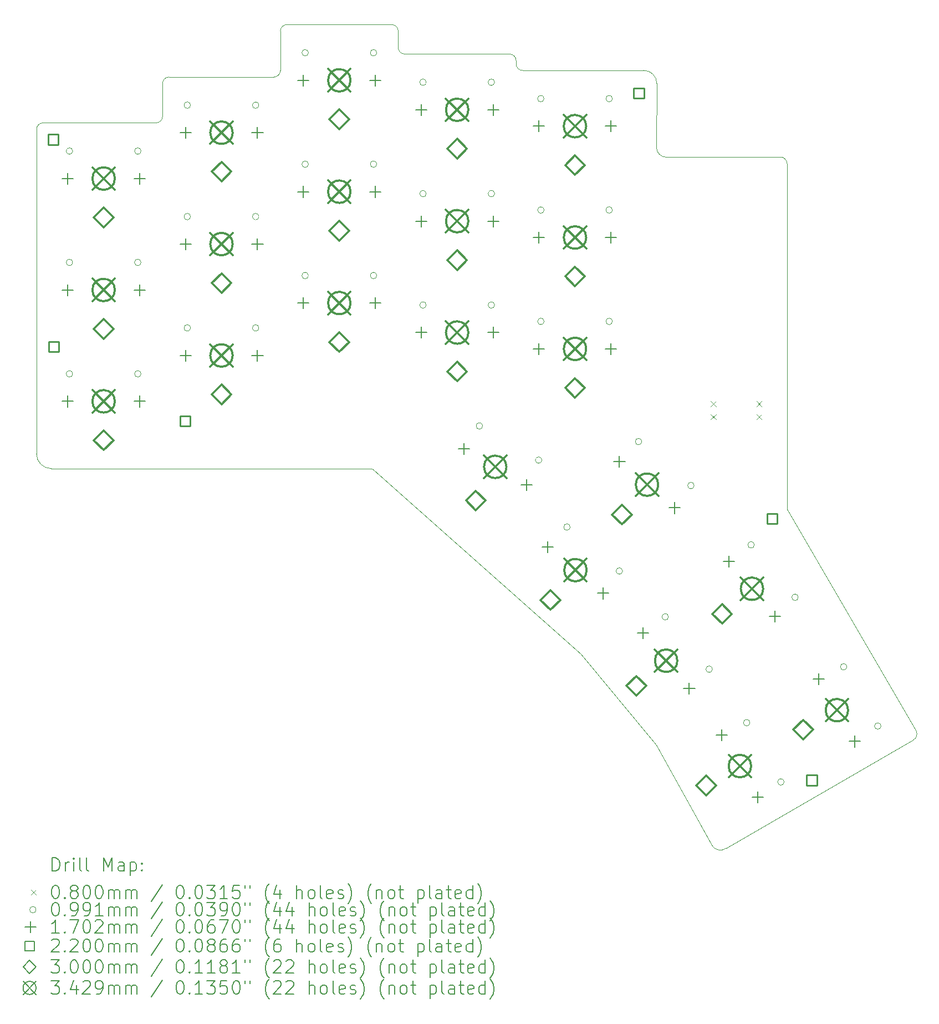
<source format=gbr>
%TF.GenerationSoftware,KiCad,Pcbnew,7.0.1-0*%
%TF.CreationDate,2023-07-03T15:42:27+02:00*%
%TF.ProjectId,helicoprion,68656c69-636f-4707-9269-6f6e2e6b6963,rev?*%
%TF.SameCoordinates,Original*%
%TF.FileFunction,Drillmap*%
%TF.FilePolarity,Positive*%
%FSLAX45Y45*%
G04 Gerber Fmt 4.5, Leading zero omitted, Abs format (unit mm)*
G04 Created by KiCad (PCBNEW 7.0.1-0) date 2023-07-03 15:42:27*
%MOMM*%
%LPD*%
G01*
G04 APERTURE LIST*
%ADD10C,0.100000*%
%ADD11C,0.200000*%
%ADD12C,0.080000*%
%ADD13C,0.099060*%
%ADD14C,0.170180*%
%ADD15C,0.220000*%
%ADD16C,0.300000*%
%ADD17C,0.342900*%
G04 APERTURE END LIST*
D10*
X7950000Y-3750000D02*
G75*
G03*
X8050000Y-3650000I0J100000D01*
G01*
X6123806Y-8800194D02*
X6125711Y-3849711D01*
X17487289Y-4271000D02*
X15745211Y-4274289D01*
X19514947Y-13170762D02*
X16656037Y-14822873D01*
X15595211Y-4124289D02*
G75*
G03*
X15745211Y-4274289I149999J-1D01*
G01*
X17587289Y-4371000D02*
X17588000Y-9646000D01*
X14438000Y-11853000D02*
X11283000Y-9055000D01*
X8050000Y-3150000D02*
X8050000Y-3650000D01*
X7950000Y-3750000D02*
X6225711Y-3749711D01*
X8150000Y-3050000D02*
G75*
G03*
X8050000Y-3150000I0J-100000D01*
G01*
X19563315Y-13037869D02*
X17588000Y-9646000D01*
X13350000Y-2700000D02*
X11750000Y-2700000D01*
X11216998Y-9028908D02*
X6349806Y-9026194D01*
X11650000Y-2350000D02*
G75*
G03*
X11550000Y-2250000I-100000J0D01*
G01*
X13450000Y-2850000D02*
G75*
G03*
X13550000Y-2950000I100000J0D01*
G01*
X13450000Y-2850000D02*
X13450000Y-2800000D01*
X15595211Y-4124289D02*
X15598789Y-3147711D01*
X11650000Y-2600000D02*
X11650000Y-2350000D01*
X9750000Y-3050000D02*
X8150000Y-3050000D01*
X6225711Y-3749711D02*
G75*
G03*
X6125711Y-3849711I-1J-99999D01*
G01*
X13450000Y-2800000D02*
G75*
G03*
X13350000Y-2700000I-100000J0D01*
G01*
X16447127Y-14786037D02*
G75*
G03*
X16656037Y-14822873I122873J86037D01*
G01*
X15589000Y-13249000D02*
X16447127Y-14786037D01*
X11550000Y-2250000D02*
X9950000Y-2250000D01*
X11283000Y-9055000D02*
G75*
G03*
X11216998Y-9028908I-64360J-66280D01*
G01*
X14438000Y-11853000D02*
X15589000Y-13249000D01*
X19514947Y-13170762D02*
G75*
G03*
X19563315Y-13037869I-42267J90633D01*
G01*
X15598789Y-3147711D02*
G75*
G03*
X15398789Y-2947711I-199999J1D01*
G01*
X15398789Y-2947711D02*
X13550000Y-2950000D01*
X11650000Y-2600000D02*
G75*
G03*
X11750000Y-2700000I100000J0D01*
G01*
X17587290Y-4371000D02*
G75*
G03*
X17487289Y-4271000I-100000J0D01*
G01*
X6123806Y-8800194D02*
G75*
G03*
X6349806Y-9026194I226004J4D01*
G01*
X9850000Y-2350000D02*
X9850000Y-2950000D01*
X9750000Y-3050000D02*
G75*
G03*
X9850000Y-2950000I0J100000D01*
G01*
X9950000Y-2250000D02*
G75*
G03*
X9850000Y-2350000I0J-100000D01*
G01*
D11*
D12*
X16422000Y-7998000D02*
X16502000Y-8078000D01*
X16502000Y-7998000D02*
X16422000Y-8078000D01*
X16422000Y-8198000D02*
X16502000Y-8278000D01*
X16502000Y-8198000D02*
X16422000Y-8278000D01*
X17122000Y-7998000D02*
X17202000Y-8078000D01*
X17202000Y-7998000D02*
X17122000Y-8078000D01*
X17122000Y-8198000D02*
X17202000Y-8278000D01*
X17202000Y-8198000D02*
X17122000Y-8278000D01*
D13*
X6677530Y-4180000D02*
G75*
G03*
X6677530Y-4180000I-49530J0D01*
G01*
X6677530Y-5880000D02*
G75*
G03*
X6677530Y-5880000I-49530J0D01*
G01*
X6677530Y-7580000D02*
G75*
G03*
X6677530Y-7580000I-49530J0D01*
G01*
X7721530Y-4180000D02*
G75*
G03*
X7721530Y-4180000I-49530J0D01*
G01*
X7721530Y-5880000D02*
G75*
G03*
X7721530Y-5880000I-49530J0D01*
G01*
X7721530Y-7580000D02*
G75*
G03*
X7721530Y-7580000I-49530J0D01*
G01*
X8477530Y-3480000D02*
G75*
G03*
X8477530Y-3480000I-49530J0D01*
G01*
X8477530Y-5180000D02*
G75*
G03*
X8477530Y-5180000I-49530J0D01*
G01*
X8477530Y-6880000D02*
G75*
G03*
X8477530Y-6880000I-49530J0D01*
G01*
X9521530Y-3480000D02*
G75*
G03*
X9521530Y-3480000I-49530J0D01*
G01*
X9521530Y-5180000D02*
G75*
G03*
X9521530Y-5180000I-49530J0D01*
G01*
X9521530Y-6880000D02*
G75*
G03*
X9521530Y-6880000I-49530J0D01*
G01*
X10277530Y-2680000D02*
G75*
G03*
X10277530Y-2680000I-49530J0D01*
G01*
X10277530Y-4380000D02*
G75*
G03*
X10277530Y-4380000I-49530J0D01*
G01*
X10277530Y-6080000D02*
G75*
G03*
X10277530Y-6080000I-49530J0D01*
G01*
X11321530Y-2680000D02*
G75*
G03*
X11321530Y-2680000I-49530J0D01*
G01*
X11321530Y-4380000D02*
G75*
G03*
X11321530Y-4380000I-49530J0D01*
G01*
X11321530Y-6080000D02*
G75*
G03*
X11321530Y-6080000I-49530J0D01*
G01*
X12077530Y-3130000D02*
G75*
G03*
X12077530Y-3130000I-49530J0D01*
G01*
X12077530Y-4830000D02*
G75*
G03*
X12077530Y-4830000I-49530J0D01*
G01*
X12077530Y-6530000D02*
G75*
G03*
X12077530Y-6530000I-49530J0D01*
G01*
X12939151Y-8375269D02*
G75*
G03*
X12939151Y-8375269I-49530J0D01*
G01*
X13121530Y-3130000D02*
G75*
G03*
X13121530Y-3130000I-49530J0D01*
G01*
X13121530Y-4830000D02*
G75*
G03*
X13121530Y-4830000I-49530J0D01*
G01*
X13121530Y-6530000D02*
G75*
G03*
X13121530Y-6530000I-49530J0D01*
G01*
X13843281Y-8897269D02*
G75*
G03*
X13843281Y-8897269I-49530J0D01*
G01*
X13877530Y-3380000D02*
G75*
G03*
X13877530Y-3380000I-49530J0D01*
G01*
X13877530Y-5080000D02*
G75*
G03*
X13877530Y-5080000I-49530J0D01*
G01*
X13877530Y-6780000D02*
G75*
G03*
X13877530Y-6780000I-49530J0D01*
G01*
X14276626Y-9918726D02*
G75*
G03*
X14276626Y-9918726I-49530J0D01*
G01*
X14921530Y-3380000D02*
G75*
G03*
X14921530Y-3380000I-49530J0D01*
G01*
X14921530Y-5080000D02*
G75*
G03*
X14921530Y-5080000I-49530J0D01*
G01*
X14921530Y-6780000D02*
G75*
G03*
X14921530Y-6780000I-49530J0D01*
G01*
X15076376Y-10589797D02*
G75*
G03*
X15076376Y-10589797I-49530J0D01*
G01*
X15369626Y-8614726D02*
G75*
G03*
X15369626Y-8614726I-49530J0D01*
G01*
X15777733Y-11289154D02*
G75*
G03*
X15777733Y-11289154I-49530J0D01*
G01*
X16169376Y-9285797D02*
G75*
G03*
X16169376Y-9285797I-49530J0D01*
G01*
X16448804Y-12088904D02*
G75*
G03*
X16448804Y-12088904I-49530J0D01*
G01*
X17021261Y-12904935D02*
G75*
G03*
X17021261Y-12904935I-49530J0D01*
G01*
X17088734Y-10191154D02*
G75*
G03*
X17088734Y-10191154I-49530J0D01*
G01*
X17543261Y-13809065D02*
G75*
G03*
X17543261Y-13809065I-49530J0D01*
G01*
X17759804Y-10990904D02*
G75*
G03*
X17759804Y-10990904I-49530J0D01*
G01*
X18502261Y-12051935D02*
G75*
G03*
X18502261Y-12051935I-49530J0D01*
G01*
X19024261Y-12956065D02*
G75*
G03*
X19024261Y-12956065I-49530J0D01*
G01*
D14*
X6600000Y-4514910D02*
X6600000Y-4685090D01*
X6514910Y-4600000D02*
X6685090Y-4600000D01*
X6600000Y-6214910D02*
X6600000Y-6385090D01*
X6514910Y-6300000D02*
X6685090Y-6300000D01*
X6600000Y-7914910D02*
X6600000Y-8085090D01*
X6514910Y-8000000D02*
X6685090Y-8000000D01*
X7700000Y-4514910D02*
X7700000Y-4685090D01*
X7614910Y-4600000D02*
X7785090Y-4600000D01*
X7700000Y-6214910D02*
X7700000Y-6385090D01*
X7614910Y-6300000D02*
X7785090Y-6300000D01*
X7700000Y-7914910D02*
X7700000Y-8085090D01*
X7614910Y-8000000D02*
X7785090Y-8000000D01*
X8400000Y-3814910D02*
X8400000Y-3985090D01*
X8314910Y-3900000D02*
X8485090Y-3900000D01*
X8400000Y-5514910D02*
X8400000Y-5685090D01*
X8314910Y-5600000D02*
X8485090Y-5600000D01*
X8400000Y-7214910D02*
X8400000Y-7385090D01*
X8314910Y-7300000D02*
X8485090Y-7300000D01*
X9500000Y-3814910D02*
X9500000Y-3985090D01*
X9414910Y-3900000D02*
X9585090Y-3900000D01*
X9500000Y-5514910D02*
X9500000Y-5685090D01*
X9414910Y-5600000D02*
X9585090Y-5600000D01*
X9500000Y-7214910D02*
X9500000Y-7385090D01*
X9414910Y-7300000D02*
X9585090Y-7300000D01*
X10200000Y-3014910D02*
X10200000Y-3185090D01*
X10114910Y-3100000D02*
X10285090Y-3100000D01*
X10200000Y-4714910D02*
X10200000Y-4885090D01*
X10114910Y-4800000D02*
X10285090Y-4800000D01*
X10200000Y-6414910D02*
X10200000Y-6585090D01*
X10114910Y-6500000D02*
X10285090Y-6500000D01*
X11300000Y-3014910D02*
X11300000Y-3185090D01*
X11214910Y-3100000D02*
X11385090Y-3100000D01*
X11300000Y-4714910D02*
X11300000Y-4885090D01*
X11214910Y-4800000D02*
X11385090Y-4800000D01*
X11300000Y-6414910D02*
X11300000Y-6585090D01*
X11214910Y-6500000D02*
X11385090Y-6500000D01*
X12000000Y-3464910D02*
X12000000Y-3635090D01*
X11914910Y-3550000D02*
X12085090Y-3550000D01*
X12000000Y-5164910D02*
X12000000Y-5335090D01*
X11914910Y-5250000D02*
X12085090Y-5250000D01*
X12000000Y-6864910D02*
X12000000Y-7035090D01*
X11914910Y-6950000D02*
X12085090Y-6950000D01*
X12655372Y-8639910D02*
X12655372Y-8810090D01*
X12570282Y-8725000D02*
X12740462Y-8725000D01*
X13100000Y-3464910D02*
X13100000Y-3635090D01*
X13014910Y-3550000D02*
X13185090Y-3550000D01*
X13100000Y-5164910D02*
X13100000Y-5335090D01*
X13014910Y-5250000D02*
X13185090Y-5250000D01*
X13100000Y-6864910D02*
X13100000Y-7035090D01*
X13014910Y-6950000D02*
X13185090Y-6950000D01*
X13608000Y-9189910D02*
X13608000Y-9360090D01*
X13522910Y-9275000D02*
X13693090Y-9275000D01*
X13800000Y-3714910D02*
X13800000Y-3885090D01*
X13714910Y-3800000D02*
X13885090Y-3800000D01*
X13800000Y-5414910D02*
X13800000Y-5585090D01*
X13714910Y-5500000D02*
X13885090Y-5500000D01*
X13800000Y-7114910D02*
X13800000Y-7285090D01*
X13714910Y-7200000D02*
X13885090Y-7200000D01*
X13935676Y-10137377D02*
X13935676Y-10307557D01*
X13850586Y-10222467D02*
X14020766Y-10222467D01*
X14778324Y-10844443D02*
X14778324Y-11014623D01*
X14693234Y-10929533D02*
X14863414Y-10929533D01*
X14900000Y-3714910D02*
X14900000Y-3885090D01*
X14814910Y-3800000D02*
X14985090Y-3800000D01*
X14900000Y-5414910D02*
X14900000Y-5585090D01*
X14814910Y-5500000D02*
X14985090Y-5500000D01*
X14900000Y-7114910D02*
X14900000Y-7285090D01*
X14814910Y-7200000D02*
X14985090Y-7200000D01*
X15028676Y-8833377D02*
X15028676Y-9003557D01*
X14943586Y-8918467D02*
X15113766Y-8918467D01*
X15388467Y-11452586D02*
X15388467Y-11622766D01*
X15303377Y-11537676D02*
X15473557Y-11537676D01*
X15871324Y-9540443D02*
X15871324Y-9710623D01*
X15786234Y-9625533D02*
X15956414Y-9625533D01*
X16095533Y-12295234D02*
X16095533Y-12465414D01*
X16010443Y-12380324D02*
X16180623Y-12380324D01*
X16594000Y-13005596D02*
X16594000Y-13175776D01*
X16508910Y-13090686D02*
X16679090Y-13090686D01*
X16699467Y-10354586D02*
X16699467Y-10524766D01*
X16614377Y-10439676D02*
X16784557Y-10439676D01*
X17144000Y-13958224D02*
X17144000Y-14128404D01*
X17058910Y-14043314D02*
X17229090Y-14043314D01*
X17406533Y-11197234D02*
X17406533Y-11367414D01*
X17321443Y-11282324D02*
X17491623Y-11282324D01*
X18075000Y-12152596D02*
X18075000Y-12322776D01*
X17989910Y-12237686D02*
X18160090Y-12237686D01*
X18625000Y-13105224D02*
X18625000Y-13275404D01*
X18539910Y-13190314D02*
X18710090Y-13190314D01*
D15*
X6457782Y-4082782D02*
X6457782Y-3927217D01*
X6302217Y-3927217D01*
X6302217Y-4082782D01*
X6457782Y-4082782D01*
X6464782Y-7243782D02*
X6464782Y-7088217D01*
X6309217Y-7088217D01*
X6309217Y-7243782D01*
X6464782Y-7243782D01*
X8470783Y-8376782D02*
X8470783Y-8221217D01*
X8315217Y-8221217D01*
X8315217Y-8376782D01*
X8470783Y-8376782D01*
X15401782Y-3375782D02*
X15401782Y-3220217D01*
X15246217Y-3220217D01*
X15246217Y-3375782D01*
X15401782Y-3375782D01*
X17437783Y-9870783D02*
X17437783Y-9715218D01*
X17282218Y-9715218D01*
X17282218Y-9870783D01*
X17437783Y-9870783D01*
X18045783Y-13859782D02*
X18045783Y-13704217D01*
X17890218Y-13704217D01*
X17890218Y-13859782D01*
X18045783Y-13859782D01*
D16*
X7150000Y-5345000D02*
X7300000Y-5195000D01*
X7150000Y-5045000D01*
X7000000Y-5195000D01*
X7150000Y-5345000D01*
X7150000Y-7045000D02*
X7300000Y-6895000D01*
X7150000Y-6745000D01*
X7000000Y-6895000D01*
X7150000Y-7045000D01*
X7150000Y-8745000D02*
X7300000Y-8595000D01*
X7150000Y-8445000D01*
X7000000Y-8595000D01*
X7150000Y-8745000D01*
X8950000Y-4645000D02*
X9100000Y-4495000D01*
X8950000Y-4345000D01*
X8800000Y-4495000D01*
X8950000Y-4645000D01*
X8950000Y-6345000D02*
X9100000Y-6195000D01*
X8950000Y-6045000D01*
X8800000Y-6195000D01*
X8950000Y-6345000D01*
X8950000Y-8045000D02*
X9100000Y-7895000D01*
X8950000Y-7745000D01*
X8800000Y-7895000D01*
X8950000Y-8045000D01*
X10750000Y-3845000D02*
X10900000Y-3695000D01*
X10750000Y-3545000D01*
X10600000Y-3695000D01*
X10750000Y-3845000D01*
X10750000Y-5545000D02*
X10900000Y-5395000D01*
X10750000Y-5245000D01*
X10600000Y-5395000D01*
X10750000Y-5545000D01*
X10750000Y-7245000D02*
X10900000Y-7095000D01*
X10750000Y-6945000D01*
X10600000Y-7095000D01*
X10750000Y-7245000D01*
X12550000Y-4295000D02*
X12700000Y-4145000D01*
X12550000Y-3995000D01*
X12400000Y-4145000D01*
X12550000Y-4295000D01*
X12550000Y-5995000D02*
X12700000Y-5845000D01*
X12550000Y-5695000D01*
X12400000Y-5845000D01*
X12550000Y-5995000D01*
X12550000Y-7695000D02*
X12700000Y-7545000D01*
X12550000Y-7395000D01*
X12400000Y-7545000D01*
X12550000Y-7695000D01*
X12834186Y-9665285D02*
X12984186Y-9515285D01*
X12834186Y-9365285D01*
X12684186Y-9515285D01*
X12834186Y-9665285D01*
X13974541Y-11181796D02*
X14124541Y-11031796D01*
X13974541Y-10881796D01*
X13824541Y-11031796D01*
X13974541Y-11181796D01*
X14350000Y-4545000D02*
X14500000Y-4395000D01*
X14350000Y-4245000D01*
X14200000Y-4395000D01*
X14350000Y-4545000D01*
X14350000Y-6245000D02*
X14500000Y-6095000D01*
X14350000Y-5945000D01*
X14200000Y-6095000D01*
X14350000Y-6245000D01*
X14350000Y-7945000D02*
X14500000Y-7795000D01*
X14350000Y-7645000D01*
X14200000Y-7795000D01*
X14350000Y-7945000D01*
X15067541Y-9877796D02*
X15217541Y-9727796D01*
X15067541Y-9577796D01*
X14917541Y-9727796D01*
X15067541Y-9877796D01*
X15286204Y-12491459D02*
X15436204Y-12341459D01*
X15286204Y-12191459D01*
X15136204Y-12341459D01*
X15286204Y-12491459D01*
X16353715Y-14014500D02*
X16503715Y-13864500D01*
X16353715Y-13714500D01*
X16203715Y-13864500D01*
X16353715Y-14014500D01*
X16597204Y-11393459D02*
X16747204Y-11243459D01*
X16597204Y-11093459D01*
X16447204Y-11243459D01*
X16597204Y-11393459D01*
X17834715Y-13161500D02*
X17984715Y-13011500D01*
X17834715Y-12861500D01*
X17684715Y-13011500D01*
X17834715Y-13161500D01*
D17*
X6978550Y-4428550D02*
X7321450Y-4771450D01*
X7321450Y-4428550D02*
X6978550Y-4771450D01*
X7321450Y-4600000D02*
G75*
G03*
X7321450Y-4600000I-171450J0D01*
G01*
X6978550Y-6128550D02*
X7321450Y-6471450D01*
X7321450Y-6128550D02*
X6978550Y-6471450D01*
X7321450Y-6300000D02*
G75*
G03*
X7321450Y-6300000I-171450J0D01*
G01*
X6978550Y-7828550D02*
X7321450Y-8171450D01*
X7321450Y-7828550D02*
X6978550Y-8171450D01*
X7321450Y-8000000D02*
G75*
G03*
X7321450Y-8000000I-171450J0D01*
G01*
X8778550Y-3728550D02*
X9121450Y-4071450D01*
X9121450Y-3728550D02*
X8778550Y-4071450D01*
X9121450Y-3900000D02*
G75*
G03*
X9121450Y-3900000I-171450J0D01*
G01*
X8778550Y-5428550D02*
X9121450Y-5771450D01*
X9121450Y-5428550D02*
X8778550Y-5771450D01*
X9121450Y-5600000D02*
G75*
G03*
X9121450Y-5600000I-171450J0D01*
G01*
X8778550Y-7128550D02*
X9121450Y-7471450D01*
X9121450Y-7128550D02*
X8778550Y-7471450D01*
X9121450Y-7300000D02*
G75*
G03*
X9121450Y-7300000I-171450J0D01*
G01*
X10578550Y-2928550D02*
X10921450Y-3271450D01*
X10921450Y-2928550D02*
X10578550Y-3271450D01*
X10921450Y-3100000D02*
G75*
G03*
X10921450Y-3100000I-171450J0D01*
G01*
X10578550Y-4628550D02*
X10921450Y-4971450D01*
X10921450Y-4628550D02*
X10578550Y-4971450D01*
X10921450Y-4800000D02*
G75*
G03*
X10921450Y-4800000I-171450J0D01*
G01*
X10578550Y-6328550D02*
X10921450Y-6671450D01*
X10921450Y-6328550D02*
X10578550Y-6671450D01*
X10921450Y-6500000D02*
G75*
G03*
X10921450Y-6500000I-171450J0D01*
G01*
X12378550Y-3378550D02*
X12721450Y-3721450D01*
X12721450Y-3378550D02*
X12378550Y-3721450D01*
X12721450Y-3550000D02*
G75*
G03*
X12721450Y-3550000I-171450J0D01*
G01*
X12378550Y-5078550D02*
X12721450Y-5421450D01*
X12721450Y-5078550D02*
X12378550Y-5421450D01*
X12721450Y-5250000D02*
G75*
G03*
X12721450Y-5250000I-171450J0D01*
G01*
X12378550Y-6778550D02*
X12721450Y-7121450D01*
X12721450Y-6778550D02*
X12378550Y-7121450D01*
X12721450Y-6950000D02*
G75*
G03*
X12721450Y-6950000I-171450J0D01*
G01*
X12960236Y-8828550D02*
X13303136Y-9171450D01*
X13303136Y-8828550D02*
X12960236Y-9171450D01*
X13303136Y-9000000D02*
G75*
G03*
X13303136Y-9000000I-171450J0D01*
G01*
X14178550Y-3628550D02*
X14521450Y-3971450D01*
X14521450Y-3628550D02*
X14178550Y-3971450D01*
X14521450Y-3800000D02*
G75*
G03*
X14521450Y-3800000I-171450J0D01*
G01*
X14178550Y-5328550D02*
X14521450Y-5671450D01*
X14521450Y-5328550D02*
X14178550Y-5671450D01*
X14521450Y-5500000D02*
G75*
G03*
X14521450Y-5500000I-171450J0D01*
G01*
X14178550Y-7028550D02*
X14521450Y-7371450D01*
X14521450Y-7028550D02*
X14178550Y-7371450D01*
X14521450Y-7200000D02*
G75*
G03*
X14521450Y-7200000I-171450J0D01*
G01*
X14185550Y-10404550D02*
X14528450Y-10747450D01*
X14528450Y-10404550D02*
X14185550Y-10747450D01*
X14528450Y-10576000D02*
G75*
G03*
X14528450Y-10576000I-171450J0D01*
G01*
X15278550Y-9100550D02*
X15621450Y-9443450D01*
X15621450Y-9100550D02*
X15278550Y-9443450D01*
X15621450Y-9272000D02*
G75*
G03*
X15621450Y-9272000I-171450J0D01*
G01*
X15570550Y-11787550D02*
X15913450Y-12130450D01*
X15913450Y-11787550D02*
X15570550Y-12130450D01*
X15913450Y-11959000D02*
G75*
G03*
X15913450Y-11959000I-171450J0D01*
G01*
X16697550Y-13395550D02*
X17040450Y-13738450D01*
X17040450Y-13395550D02*
X16697550Y-13738450D01*
X17040450Y-13567000D02*
G75*
G03*
X17040450Y-13567000I-171450J0D01*
G01*
X16881550Y-10689550D02*
X17224450Y-11032450D01*
X17224450Y-10689550D02*
X16881550Y-11032450D01*
X17224450Y-10861000D02*
G75*
G03*
X17224450Y-10861000I-171450J0D01*
G01*
X18178550Y-12542550D02*
X18521450Y-12885450D01*
X18521450Y-12542550D02*
X18178550Y-12885450D01*
X18521450Y-12714000D02*
G75*
G03*
X18521450Y-12714000I-171450J0D01*
G01*
D11*
X6366425Y-15167524D02*
X6366425Y-14967524D01*
X6366425Y-14967524D02*
X6414044Y-14967524D01*
X6414044Y-14967524D02*
X6442616Y-14977048D01*
X6442616Y-14977048D02*
X6461663Y-14996095D01*
X6461663Y-14996095D02*
X6471187Y-15015143D01*
X6471187Y-15015143D02*
X6480711Y-15053238D01*
X6480711Y-15053238D02*
X6480711Y-15081810D01*
X6480711Y-15081810D02*
X6471187Y-15119905D01*
X6471187Y-15119905D02*
X6461663Y-15138952D01*
X6461663Y-15138952D02*
X6442616Y-15158000D01*
X6442616Y-15158000D02*
X6414044Y-15167524D01*
X6414044Y-15167524D02*
X6366425Y-15167524D01*
X6566425Y-15167524D02*
X6566425Y-15034190D01*
X6566425Y-15072286D02*
X6575949Y-15053238D01*
X6575949Y-15053238D02*
X6585473Y-15043714D01*
X6585473Y-15043714D02*
X6604520Y-15034190D01*
X6604520Y-15034190D02*
X6623568Y-15034190D01*
X6690235Y-15167524D02*
X6690235Y-15034190D01*
X6690235Y-14967524D02*
X6680711Y-14977048D01*
X6680711Y-14977048D02*
X6690235Y-14986571D01*
X6690235Y-14986571D02*
X6699758Y-14977048D01*
X6699758Y-14977048D02*
X6690235Y-14967524D01*
X6690235Y-14967524D02*
X6690235Y-14986571D01*
X6814044Y-15167524D02*
X6794996Y-15158000D01*
X6794996Y-15158000D02*
X6785473Y-15138952D01*
X6785473Y-15138952D02*
X6785473Y-14967524D01*
X6918806Y-15167524D02*
X6899758Y-15158000D01*
X6899758Y-15158000D02*
X6890235Y-15138952D01*
X6890235Y-15138952D02*
X6890235Y-14967524D01*
X7147377Y-15167524D02*
X7147377Y-14967524D01*
X7147377Y-14967524D02*
X7214044Y-15110381D01*
X7214044Y-15110381D02*
X7280711Y-14967524D01*
X7280711Y-14967524D02*
X7280711Y-15167524D01*
X7461663Y-15167524D02*
X7461663Y-15062762D01*
X7461663Y-15062762D02*
X7452139Y-15043714D01*
X7452139Y-15043714D02*
X7433092Y-15034190D01*
X7433092Y-15034190D02*
X7394996Y-15034190D01*
X7394996Y-15034190D02*
X7375949Y-15043714D01*
X7461663Y-15158000D02*
X7442616Y-15167524D01*
X7442616Y-15167524D02*
X7394996Y-15167524D01*
X7394996Y-15167524D02*
X7375949Y-15158000D01*
X7375949Y-15158000D02*
X7366425Y-15138952D01*
X7366425Y-15138952D02*
X7366425Y-15119905D01*
X7366425Y-15119905D02*
X7375949Y-15100857D01*
X7375949Y-15100857D02*
X7394996Y-15091333D01*
X7394996Y-15091333D02*
X7442616Y-15091333D01*
X7442616Y-15091333D02*
X7461663Y-15081810D01*
X7556901Y-15034190D02*
X7556901Y-15234190D01*
X7556901Y-15043714D02*
X7575949Y-15034190D01*
X7575949Y-15034190D02*
X7614044Y-15034190D01*
X7614044Y-15034190D02*
X7633092Y-15043714D01*
X7633092Y-15043714D02*
X7642616Y-15053238D01*
X7642616Y-15053238D02*
X7652139Y-15072286D01*
X7652139Y-15072286D02*
X7652139Y-15129429D01*
X7652139Y-15129429D02*
X7642616Y-15148476D01*
X7642616Y-15148476D02*
X7633092Y-15158000D01*
X7633092Y-15158000D02*
X7614044Y-15167524D01*
X7614044Y-15167524D02*
X7575949Y-15167524D01*
X7575949Y-15167524D02*
X7556901Y-15158000D01*
X7737854Y-15148476D02*
X7747377Y-15158000D01*
X7747377Y-15158000D02*
X7737854Y-15167524D01*
X7737854Y-15167524D02*
X7728330Y-15158000D01*
X7728330Y-15158000D02*
X7737854Y-15148476D01*
X7737854Y-15148476D02*
X7737854Y-15167524D01*
X7737854Y-15043714D02*
X7747377Y-15053238D01*
X7747377Y-15053238D02*
X7737854Y-15062762D01*
X7737854Y-15062762D02*
X7728330Y-15053238D01*
X7728330Y-15053238D02*
X7737854Y-15043714D01*
X7737854Y-15043714D02*
X7737854Y-15062762D01*
D12*
X6038806Y-15455000D02*
X6118806Y-15535000D01*
X6118806Y-15455000D02*
X6038806Y-15535000D01*
D11*
X6404520Y-15387524D02*
X6423568Y-15387524D01*
X6423568Y-15387524D02*
X6442616Y-15397048D01*
X6442616Y-15397048D02*
X6452139Y-15406571D01*
X6452139Y-15406571D02*
X6461663Y-15425619D01*
X6461663Y-15425619D02*
X6471187Y-15463714D01*
X6471187Y-15463714D02*
X6471187Y-15511333D01*
X6471187Y-15511333D02*
X6461663Y-15549429D01*
X6461663Y-15549429D02*
X6452139Y-15568476D01*
X6452139Y-15568476D02*
X6442616Y-15578000D01*
X6442616Y-15578000D02*
X6423568Y-15587524D01*
X6423568Y-15587524D02*
X6404520Y-15587524D01*
X6404520Y-15587524D02*
X6385473Y-15578000D01*
X6385473Y-15578000D02*
X6375949Y-15568476D01*
X6375949Y-15568476D02*
X6366425Y-15549429D01*
X6366425Y-15549429D02*
X6356901Y-15511333D01*
X6356901Y-15511333D02*
X6356901Y-15463714D01*
X6356901Y-15463714D02*
X6366425Y-15425619D01*
X6366425Y-15425619D02*
X6375949Y-15406571D01*
X6375949Y-15406571D02*
X6385473Y-15397048D01*
X6385473Y-15397048D02*
X6404520Y-15387524D01*
X6556901Y-15568476D02*
X6566425Y-15578000D01*
X6566425Y-15578000D02*
X6556901Y-15587524D01*
X6556901Y-15587524D02*
X6547377Y-15578000D01*
X6547377Y-15578000D02*
X6556901Y-15568476D01*
X6556901Y-15568476D02*
X6556901Y-15587524D01*
X6680711Y-15473238D02*
X6661663Y-15463714D01*
X6661663Y-15463714D02*
X6652139Y-15454190D01*
X6652139Y-15454190D02*
X6642616Y-15435143D01*
X6642616Y-15435143D02*
X6642616Y-15425619D01*
X6642616Y-15425619D02*
X6652139Y-15406571D01*
X6652139Y-15406571D02*
X6661663Y-15397048D01*
X6661663Y-15397048D02*
X6680711Y-15387524D01*
X6680711Y-15387524D02*
X6718806Y-15387524D01*
X6718806Y-15387524D02*
X6737854Y-15397048D01*
X6737854Y-15397048D02*
X6747377Y-15406571D01*
X6747377Y-15406571D02*
X6756901Y-15425619D01*
X6756901Y-15425619D02*
X6756901Y-15435143D01*
X6756901Y-15435143D02*
X6747377Y-15454190D01*
X6747377Y-15454190D02*
X6737854Y-15463714D01*
X6737854Y-15463714D02*
X6718806Y-15473238D01*
X6718806Y-15473238D02*
X6680711Y-15473238D01*
X6680711Y-15473238D02*
X6661663Y-15482762D01*
X6661663Y-15482762D02*
X6652139Y-15492286D01*
X6652139Y-15492286D02*
X6642616Y-15511333D01*
X6642616Y-15511333D02*
X6642616Y-15549429D01*
X6642616Y-15549429D02*
X6652139Y-15568476D01*
X6652139Y-15568476D02*
X6661663Y-15578000D01*
X6661663Y-15578000D02*
X6680711Y-15587524D01*
X6680711Y-15587524D02*
X6718806Y-15587524D01*
X6718806Y-15587524D02*
X6737854Y-15578000D01*
X6737854Y-15578000D02*
X6747377Y-15568476D01*
X6747377Y-15568476D02*
X6756901Y-15549429D01*
X6756901Y-15549429D02*
X6756901Y-15511333D01*
X6756901Y-15511333D02*
X6747377Y-15492286D01*
X6747377Y-15492286D02*
X6737854Y-15482762D01*
X6737854Y-15482762D02*
X6718806Y-15473238D01*
X6880711Y-15387524D02*
X6899758Y-15387524D01*
X6899758Y-15387524D02*
X6918806Y-15397048D01*
X6918806Y-15397048D02*
X6928330Y-15406571D01*
X6928330Y-15406571D02*
X6937854Y-15425619D01*
X6937854Y-15425619D02*
X6947377Y-15463714D01*
X6947377Y-15463714D02*
X6947377Y-15511333D01*
X6947377Y-15511333D02*
X6937854Y-15549429D01*
X6937854Y-15549429D02*
X6928330Y-15568476D01*
X6928330Y-15568476D02*
X6918806Y-15578000D01*
X6918806Y-15578000D02*
X6899758Y-15587524D01*
X6899758Y-15587524D02*
X6880711Y-15587524D01*
X6880711Y-15587524D02*
X6861663Y-15578000D01*
X6861663Y-15578000D02*
X6852139Y-15568476D01*
X6852139Y-15568476D02*
X6842616Y-15549429D01*
X6842616Y-15549429D02*
X6833092Y-15511333D01*
X6833092Y-15511333D02*
X6833092Y-15463714D01*
X6833092Y-15463714D02*
X6842616Y-15425619D01*
X6842616Y-15425619D02*
X6852139Y-15406571D01*
X6852139Y-15406571D02*
X6861663Y-15397048D01*
X6861663Y-15397048D02*
X6880711Y-15387524D01*
X7071187Y-15387524D02*
X7090235Y-15387524D01*
X7090235Y-15387524D02*
X7109282Y-15397048D01*
X7109282Y-15397048D02*
X7118806Y-15406571D01*
X7118806Y-15406571D02*
X7128330Y-15425619D01*
X7128330Y-15425619D02*
X7137854Y-15463714D01*
X7137854Y-15463714D02*
X7137854Y-15511333D01*
X7137854Y-15511333D02*
X7128330Y-15549429D01*
X7128330Y-15549429D02*
X7118806Y-15568476D01*
X7118806Y-15568476D02*
X7109282Y-15578000D01*
X7109282Y-15578000D02*
X7090235Y-15587524D01*
X7090235Y-15587524D02*
X7071187Y-15587524D01*
X7071187Y-15587524D02*
X7052139Y-15578000D01*
X7052139Y-15578000D02*
X7042616Y-15568476D01*
X7042616Y-15568476D02*
X7033092Y-15549429D01*
X7033092Y-15549429D02*
X7023568Y-15511333D01*
X7023568Y-15511333D02*
X7023568Y-15463714D01*
X7023568Y-15463714D02*
X7033092Y-15425619D01*
X7033092Y-15425619D02*
X7042616Y-15406571D01*
X7042616Y-15406571D02*
X7052139Y-15397048D01*
X7052139Y-15397048D02*
X7071187Y-15387524D01*
X7223568Y-15587524D02*
X7223568Y-15454190D01*
X7223568Y-15473238D02*
X7233092Y-15463714D01*
X7233092Y-15463714D02*
X7252139Y-15454190D01*
X7252139Y-15454190D02*
X7280711Y-15454190D01*
X7280711Y-15454190D02*
X7299758Y-15463714D01*
X7299758Y-15463714D02*
X7309282Y-15482762D01*
X7309282Y-15482762D02*
X7309282Y-15587524D01*
X7309282Y-15482762D02*
X7318806Y-15463714D01*
X7318806Y-15463714D02*
X7337854Y-15454190D01*
X7337854Y-15454190D02*
X7366425Y-15454190D01*
X7366425Y-15454190D02*
X7385473Y-15463714D01*
X7385473Y-15463714D02*
X7394997Y-15482762D01*
X7394997Y-15482762D02*
X7394997Y-15587524D01*
X7490235Y-15587524D02*
X7490235Y-15454190D01*
X7490235Y-15473238D02*
X7499758Y-15463714D01*
X7499758Y-15463714D02*
X7518806Y-15454190D01*
X7518806Y-15454190D02*
X7547378Y-15454190D01*
X7547378Y-15454190D02*
X7566425Y-15463714D01*
X7566425Y-15463714D02*
X7575949Y-15482762D01*
X7575949Y-15482762D02*
X7575949Y-15587524D01*
X7575949Y-15482762D02*
X7585473Y-15463714D01*
X7585473Y-15463714D02*
X7604520Y-15454190D01*
X7604520Y-15454190D02*
X7633092Y-15454190D01*
X7633092Y-15454190D02*
X7652139Y-15463714D01*
X7652139Y-15463714D02*
X7661663Y-15482762D01*
X7661663Y-15482762D02*
X7661663Y-15587524D01*
X8052139Y-15378000D02*
X7880711Y-15635143D01*
X8309282Y-15387524D02*
X8328330Y-15387524D01*
X8328330Y-15387524D02*
X8347378Y-15397048D01*
X8347378Y-15397048D02*
X8356901Y-15406571D01*
X8356901Y-15406571D02*
X8366425Y-15425619D01*
X8366425Y-15425619D02*
X8375949Y-15463714D01*
X8375949Y-15463714D02*
X8375949Y-15511333D01*
X8375949Y-15511333D02*
X8366425Y-15549429D01*
X8366425Y-15549429D02*
X8356901Y-15568476D01*
X8356901Y-15568476D02*
X8347378Y-15578000D01*
X8347378Y-15578000D02*
X8328330Y-15587524D01*
X8328330Y-15587524D02*
X8309282Y-15587524D01*
X8309282Y-15587524D02*
X8290235Y-15578000D01*
X8290235Y-15578000D02*
X8280711Y-15568476D01*
X8280711Y-15568476D02*
X8271187Y-15549429D01*
X8271187Y-15549429D02*
X8261663Y-15511333D01*
X8261663Y-15511333D02*
X8261663Y-15463714D01*
X8261663Y-15463714D02*
X8271187Y-15425619D01*
X8271187Y-15425619D02*
X8280711Y-15406571D01*
X8280711Y-15406571D02*
X8290235Y-15397048D01*
X8290235Y-15397048D02*
X8309282Y-15387524D01*
X8461663Y-15568476D02*
X8471187Y-15578000D01*
X8471187Y-15578000D02*
X8461663Y-15587524D01*
X8461663Y-15587524D02*
X8452140Y-15578000D01*
X8452140Y-15578000D02*
X8461663Y-15568476D01*
X8461663Y-15568476D02*
X8461663Y-15587524D01*
X8594997Y-15387524D02*
X8614044Y-15387524D01*
X8614044Y-15387524D02*
X8633092Y-15397048D01*
X8633092Y-15397048D02*
X8642616Y-15406571D01*
X8642616Y-15406571D02*
X8652140Y-15425619D01*
X8652140Y-15425619D02*
X8661663Y-15463714D01*
X8661663Y-15463714D02*
X8661663Y-15511333D01*
X8661663Y-15511333D02*
X8652140Y-15549429D01*
X8652140Y-15549429D02*
X8642616Y-15568476D01*
X8642616Y-15568476D02*
X8633092Y-15578000D01*
X8633092Y-15578000D02*
X8614044Y-15587524D01*
X8614044Y-15587524D02*
X8594997Y-15587524D01*
X8594997Y-15587524D02*
X8575949Y-15578000D01*
X8575949Y-15578000D02*
X8566425Y-15568476D01*
X8566425Y-15568476D02*
X8556902Y-15549429D01*
X8556902Y-15549429D02*
X8547378Y-15511333D01*
X8547378Y-15511333D02*
X8547378Y-15463714D01*
X8547378Y-15463714D02*
X8556902Y-15425619D01*
X8556902Y-15425619D02*
X8566425Y-15406571D01*
X8566425Y-15406571D02*
X8575949Y-15397048D01*
X8575949Y-15397048D02*
X8594997Y-15387524D01*
X8728330Y-15387524D02*
X8852140Y-15387524D01*
X8852140Y-15387524D02*
X8785473Y-15463714D01*
X8785473Y-15463714D02*
X8814044Y-15463714D01*
X8814044Y-15463714D02*
X8833092Y-15473238D01*
X8833092Y-15473238D02*
X8842616Y-15482762D01*
X8842616Y-15482762D02*
X8852140Y-15501810D01*
X8852140Y-15501810D02*
X8852140Y-15549429D01*
X8852140Y-15549429D02*
X8842616Y-15568476D01*
X8842616Y-15568476D02*
X8833092Y-15578000D01*
X8833092Y-15578000D02*
X8814044Y-15587524D01*
X8814044Y-15587524D02*
X8756902Y-15587524D01*
X8756902Y-15587524D02*
X8737854Y-15578000D01*
X8737854Y-15578000D02*
X8728330Y-15568476D01*
X9042616Y-15587524D02*
X8928330Y-15587524D01*
X8985473Y-15587524D02*
X8985473Y-15387524D01*
X8985473Y-15387524D02*
X8966425Y-15416095D01*
X8966425Y-15416095D02*
X8947378Y-15435143D01*
X8947378Y-15435143D02*
X8928330Y-15444667D01*
X9223568Y-15387524D02*
X9128330Y-15387524D01*
X9128330Y-15387524D02*
X9118806Y-15482762D01*
X9118806Y-15482762D02*
X9128330Y-15473238D01*
X9128330Y-15473238D02*
X9147378Y-15463714D01*
X9147378Y-15463714D02*
X9194997Y-15463714D01*
X9194997Y-15463714D02*
X9214044Y-15473238D01*
X9214044Y-15473238D02*
X9223568Y-15482762D01*
X9223568Y-15482762D02*
X9233092Y-15501810D01*
X9233092Y-15501810D02*
X9233092Y-15549429D01*
X9233092Y-15549429D02*
X9223568Y-15568476D01*
X9223568Y-15568476D02*
X9214044Y-15578000D01*
X9214044Y-15578000D02*
X9194997Y-15587524D01*
X9194997Y-15587524D02*
X9147378Y-15587524D01*
X9147378Y-15587524D02*
X9128330Y-15578000D01*
X9128330Y-15578000D02*
X9118806Y-15568476D01*
X9309283Y-15387524D02*
X9309283Y-15425619D01*
X9385473Y-15387524D02*
X9385473Y-15425619D01*
X9680711Y-15663714D02*
X9671187Y-15654190D01*
X9671187Y-15654190D02*
X9652140Y-15625619D01*
X9652140Y-15625619D02*
X9642616Y-15606571D01*
X9642616Y-15606571D02*
X9633092Y-15578000D01*
X9633092Y-15578000D02*
X9623568Y-15530381D01*
X9623568Y-15530381D02*
X9623568Y-15492286D01*
X9623568Y-15492286D02*
X9633092Y-15444667D01*
X9633092Y-15444667D02*
X9642616Y-15416095D01*
X9642616Y-15416095D02*
X9652140Y-15397048D01*
X9652140Y-15397048D02*
X9671187Y-15368476D01*
X9671187Y-15368476D02*
X9680711Y-15358952D01*
X9842616Y-15454190D02*
X9842616Y-15587524D01*
X9794997Y-15378000D02*
X9747378Y-15520857D01*
X9747378Y-15520857D02*
X9871187Y-15520857D01*
X10099759Y-15587524D02*
X10099759Y-15387524D01*
X10185473Y-15587524D02*
X10185473Y-15482762D01*
X10185473Y-15482762D02*
X10175949Y-15463714D01*
X10175949Y-15463714D02*
X10156902Y-15454190D01*
X10156902Y-15454190D02*
X10128330Y-15454190D01*
X10128330Y-15454190D02*
X10109283Y-15463714D01*
X10109283Y-15463714D02*
X10099759Y-15473238D01*
X10309283Y-15587524D02*
X10290235Y-15578000D01*
X10290235Y-15578000D02*
X10280711Y-15568476D01*
X10280711Y-15568476D02*
X10271187Y-15549429D01*
X10271187Y-15549429D02*
X10271187Y-15492286D01*
X10271187Y-15492286D02*
X10280711Y-15473238D01*
X10280711Y-15473238D02*
X10290235Y-15463714D01*
X10290235Y-15463714D02*
X10309283Y-15454190D01*
X10309283Y-15454190D02*
X10337854Y-15454190D01*
X10337854Y-15454190D02*
X10356902Y-15463714D01*
X10356902Y-15463714D02*
X10366426Y-15473238D01*
X10366426Y-15473238D02*
X10375949Y-15492286D01*
X10375949Y-15492286D02*
X10375949Y-15549429D01*
X10375949Y-15549429D02*
X10366426Y-15568476D01*
X10366426Y-15568476D02*
X10356902Y-15578000D01*
X10356902Y-15578000D02*
X10337854Y-15587524D01*
X10337854Y-15587524D02*
X10309283Y-15587524D01*
X10490235Y-15587524D02*
X10471187Y-15578000D01*
X10471187Y-15578000D02*
X10461664Y-15558952D01*
X10461664Y-15558952D02*
X10461664Y-15387524D01*
X10642616Y-15578000D02*
X10623568Y-15587524D01*
X10623568Y-15587524D02*
X10585473Y-15587524D01*
X10585473Y-15587524D02*
X10566426Y-15578000D01*
X10566426Y-15578000D02*
X10556902Y-15558952D01*
X10556902Y-15558952D02*
X10556902Y-15482762D01*
X10556902Y-15482762D02*
X10566426Y-15463714D01*
X10566426Y-15463714D02*
X10585473Y-15454190D01*
X10585473Y-15454190D02*
X10623568Y-15454190D01*
X10623568Y-15454190D02*
X10642616Y-15463714D01*
X10642616Y-15463714D02*
X10652140Y-15482762D01*
X10652140Y-15482762D02*
X10652140Y-15501810D01*
X10652140Y-15501810D02*
X10556902Y-15520857D01*
X10728330Y-15578000D02*
X10747378Y-15587524D01*
X10747378Y-15587524D02*
X10785473Y-15587524D01*
X10785473Y-15587524D02*
X10804521Y-15578000D01*
X10804521Y-15578000D02*
X10814045Y-15558952D01*
X10814045Y-15558952D02*
X10814045Y-15549429D01*
X10814045Y-15549429D02*
X10804521Y-15530381D01*
X10804521Y-15530381D02*
X10785473Y-15520857D01*
X10785473Y-15520857D02*
X10756902Y-15520857D01*
X10756902Y-15520857D02*
X10737854Y-15511333D01*
X10737854Y-15511333D02*
X10728330Y-15492286D01*
X10728330Y-15492286D02*
X10728330Y-15482762D01*
X10728330Y-15482762D02*
X10737854Y-15463714D01*
X10737854Y-15463714D02*
X10756902Y-15454190D01*
X10756902Y-15454190D02*
X10785473Y-15454190D01*
X10785473Y-15454190D02*
X10804521Y-15463714D01*
X10880711Y-15663714D02*
X10890235Y-15654190D01*
X10890235Y-15654190D02*
X10909283Y-15625619D01*
X10909283Y-15625619D02*
X10918807Y-15606571D01*
X10918807Y-15606571D02*
X10928330Y-15578000D01*
X10928330Y-15578000D02*
X10937854Y-15530381D01*
X10937854Y-15530381D02*
X10937854Y-15492286D01*
X10937854Y-15492286D02*
X10928330Y-15444667D01*
X10928330Y-15444667D02*
X10918807Y-15416095D01*
X10918807Y-15416095D02*
X10909283Y-15397048D01*
X10909283Y-15397048D02*
X10890235Y-15368476D01*
X10890235Y-15368476D02*
X10880711Y-15358952D01*
X11242616Y-15663714D02*
X11233092Y-15654190D01*
X11233092Y-15654190D02*
X11214045Y-15625619D01*
X11214045Y-15625619D02*
X11204521Y-15606571D01*
X11204521Y-15606571D02*
X11194997Y-15578000D01*
X11194997Y-15578000D02*
X11185473Y-15530381D01*
X11185473Y-15530381D02*
X11185473Y-15492286D01*
X11185473Y-15492286D02*
X11194997Y-15444667D01*
X11194997Y-15444667D02*
X11204521Y-15416095D01*
X11204521Y-15416095D02*
X11214045Y-15397048D01*
X11214045Y-15397048D02*
X11233092Y-15368476D01*
X11233092Y-15368476D02*
X11242616Y-15358952D01*
X11318806Y-15454190D02*
X11318806Y-15587524D01*
X11318806Y-15473238D02*
X11328330Y-15463714D01*
X11328330Y-15463714D02*
X11347378Y-15454190D01*
X11347378Y-15454190D02*
X11375949Y-15454190D01*
X11375949Y-15454190D02*
X11394997Y-15463714D01*
X11394997Y-15463714D02*
X11404521Y-15482762D01*
X11404521Y-15482762D02*
X11404521Y-15587524D01*
X11528330Y-15587524D02*
X11509283Y-15578000D01*
X11509283Y-15578000D02*
X11499759Y-15568476D01*
X11499759Y-15568476D02*
X11490235Y-15549429D01*
X11490235Y-15549429D02*
X11490235Y-15492286D01*
X11490235Y-15492286D02*
X11499759Y-15473238D01*
X11499759Y-15473238D02*
X11509283Y-15463714D01*
X11509283Y-15463714D02*
X11528330Y-15454190D01*
X11528330Y-15454190D02*
X11556902Y-15454190D01*
X11556902Y-15454190D02*
X11575949Y-15463714D01*
X11575949Y-15463714D02*
X11585473Y-15473238D01*
X11585473Y-15473238D02*
X11594997Y-15492286D01*
X11594997Y-15492286D02*
X11594997Y-15549429D01*
X11594997Y-15549429D02*
X11585473Y-15568476D01*
X11585473Y-15568476D02*
X11575949Y-15578000D01*
X11575949Y-15578000D02*
X11556902Y-15587524D01*
X11556902Y-15587524D02*
X11528330Y-15587524D01*
X11652140Y-15454190D02*
X11728330Y-15454190D01*
X11680711Y-15387524D02*
X11680711Y-15558952D01*
X11680711Y-15558952D02*
X11690235Y-15578000D01*
X11690235Y-15578000D02*
X11709283Y-15587524D01*
X11709283Y-15587524D02*
X11728330Y-15587524D01*
X11947378Y-15454190D02*
X11947378Y-15654190D01*
X11947378Y-15463714D02*
X11966426Y-15454190D01*
X11966426Y-15454190D02*
X12004521Y-15454190D01*
X12004521Y-15454190D02*
X12023568Y-15463714D01*
X12023568Y-15463714D02*
X12033092Y-15473238D01*
X12033092Y-15473238D02*
X12042616Y-15492286D01*
X12042616Y-15492286D02*
X12042616Y-15549429D01*
X12042616Y-15549429D02*
X12033092Y-15568476D01*
X12033092Y-15568476D02*
X12023568Y-15578000D01*
X12023568Y-15578000D02*
X12004521Y-15587524D01*
X12004521Y-15587524D02*
X11966426Y-15587524D01*
X11966426Y-15587524D02*
X11947378Y-15578000D01*
X12156902Y-15587524D02*
X12137854Y-15578000D01*
X12137854Y-15578000D02*
X12128330Y-15558952D01*
X12128330Y-15558952D02*
X12128330Y-15387524D01*
X12318807Y-15587524D02*
X12318807Y-15482762D01*
X12318807Y-15482762D02*
X12309283Y-15463714D01*
X12309283Y-15463714D02*
X12290235Y-15454190D01*
X12290235Y-15454190D02*
X12252140Y-15454190D01*
X12252140Y-15454190D02*
X12233092Y-15463714D01*
X12318807Y-15578000D02*
X12299759Y-15587524D01*
X12299759Y-15587524D02*
X12252140Y-15587524D01*
X12252140Y-15587524D02*
X12233092Y-15578000D01*
X12233092Y-15578000D02*
X12223568Y-15558952D01*
X12223568Y-15558952D02*
X12223568Y-15539905D01*
X12223568Y-15539905D02*
X12233092Y-15520857D01*
X12233092Y-15520857D02*
X12252140Y-15511333D01*
X12252140Y-15511333D02*
X12299759Y-15511333D01*
X12299759Y-15511333D02*
X12318807Y-15501810D01*
X12385473Y-15454190D02*
X12461664Y-15454190D01*
X12414045Y-15387524D02*
X12414045Y-15558952D01*
X12414045Y-15558952D02*
X12423568Y-15578000D01*
X12423568Y-15578000D02*
X12442616Y-15587524D01*
X12442616Y-15587524D02*
X12461664Y-15587524D01*
X12604521Y-15578000D02*
X12585473Y-15587524D01*
X12585473Y-15587524D02*
X12547378Y-15587524D01*
X12547378Y-15587524D02*
X12528330Y-15578000D01*
X12528330Y-15578000D02*
X12518807Y-15558952D01*
X12518807Y-15558952D02*
X12518807Y-15482762D01*
X12518807Y-15482762D02*
X12528330Y-15463714D01*
X12528330Y-15463714D02*
X12547378Y-15454190D01*
X12547378Y-15454190D02*
X12585473Y-15454190D01*
X12585473Y-15454190D02*
X12604521Y-15463714D01*
X12604521Y-15463714D02*
X12614045Y-15482762D01*
X12614045Y-15482762D02*
X12614045Y-15501810D01*
X12614045Y-15501810D02*
X12518807Y-15520857D01*
X12785473Y-15587524D02*
X12785473Y-15387524D01*
X12785473Y-15578000D02*
X12766426Y-15587524D01*
X12766426Y-15587524D02*
X12728330Y-15587524D01*
X12728330Y-15587524D02*
X12709283Y-15578000D01*
X12709283Y-15578000D02*
X12699759Y-15568476D01*
X12699759Y-15568476D02*
X12690235Y-15549429D01*
X12690235Y-15549429D02*
X12690235Y-15492286D01*
X12690235Y-15492286D02*
X12699759Y-15473238D01*
X12699759Y-15473238D02*
X12709283Y-15463714D01*
X12709283Y-15463714D02*
X12728330Y-15454190D01*
X12728330Y-15454190D02*
X12766426Y-15454190D01*
X12766426Y-15454190D02*
X12785473Y-15463714D01*
X12861664Y-15663714D02*
X12871188Y-15654190D01*
X12871188Y-15654190D02*
X12890235Y-15625619D01*
X12890235Y-15625619D02*
X12899759Y-15606571D01*
X12899759Y-15606571D02*
X12909283Y-15578000D01*
X12909283Y-15578000D02*
X12918807Y-15530381D01*
X12918807Y-15530381D02*
X12918807Y-15492286D01*
X12918807Y-15492286D02*
X12909283Y-15444667D01*
X12909283Y-15444667D02*
X12899759Y-15416095D01*
X12899759Y-15416095D02*
X12890235Y-15397048D01*
X12890235Y-15397048D02*
X12871188Y-15368476D01*
X12871188Y-15368476D02*
X12861664Y-15358952D01*
D13*
X6118806Y-15759000D02*
G75*
G03*
X6118806Y-15759000I-49530J0D01*
G01*
D11*
X6404520Y-15651524D02*
X6423568Y-15651524D01*
X6423568Y-15651524D02*
X6442616Y-15661048D01*
X6442616Y-15661048D02*
X6452139Y-15670571D01*
X6452139Y-15670571D02*
X6461663Y-15689619D01*
X6461663Y-15689619D02*
X6471187Y-15727714D01*
X6471187Y-15727714D02*
X6471187Y-15775333D01*
X6471187Y-15775333D02*
X6461663Y-15813429D01*
X6461663Y-15813429D02*
X6452139Y-15832476D01*
X6452139Y-15832476D02*
X6442616Y-15842000D01*
X6442616Y-15842000D02*
X6423568Y-15851524D01*
X6423568Y-15851524D02*
X6404520Y-15851524D01*
X6404520Y-15851524D02*
X6385473Y-15842000D01*
X6385473Y-15842000D02*
X6375949Y-15832476D01*
X6375949Y-15832476D02*
X6366425Y-15813429D01*
X6366425Y-15813429D02*
X6356901Y-15775333D01*
X6356901Y-15775333D02*
X6356901Y-15727714D01*
X6356901Y-15727714D02*
X6366425Y-15689619D01*
X6366425Y-15689619D02*
X6375949Y-15670571D01*
X6375949Y-15670571D02*
X6385473Y-15661048D01*
X6385473Y-15661048D02*
X6404520Y-15651524D01*
X6556901Y-15832476D02*
X6566425Y-15842000D01*
X6566425Y-15842000D02*
X6556901Y-15851524D01*
X6556901Y-15851524D02*
X6547377Y-15842000D01*
X6547377Y-15842000D02*
X6556901Y-15832476D01*
X6556901Y-15832476D02*
X6556901Y-15851524D01*
X6661663Y-15851524D02*
X6699758Y-15851524D01*
X6699758Y-15851524D02*
X6718806Y-15842000D01*
X6718806Y-15842000D02*
X6728330Y-15832476D01*
X6728330Y-15832476D02*
X6747377Y-15803905D01*
X6747377Y-15803905D02*
X6756901Y-15765810D01*
X6756901Y-15765810D02*
X6756901Y-15689619D01*
X6756901Y-15689619D02*
X6747377Y-15670571D01*
X6747377Y-15670571D02*
X6737854Y-15661048D01*
X6737854Y-15661048D02*
X6718806Y-15651524D01*
X6718806Y-15651524D02*
X6680711Y-15651524D01*
X6680711Y-15651524D02*
X6661663Y-15661048D01*
X6661663Y-15661048D02*
X6652139Y-15670571D01*
X6652139Y-15670571D02*
X6642616Y-15689619D01*
X6642616Y-15689619D02*
X6642616Y-15737238D01*
X6642616Y-15737238D02*
X6652139Y-15756286D01*
X6652139Y-15756286D02*
X6661663Y-15765810D01*
X6661663Y-15765810D02*
X6680711Y-15775333D01*
X6680711Y-15775333D02*
X6718806Y-15775333D01*
X6718806Y-15775333D02*
X6737854Y-15765810D01*
X6737854Y-15765810D02*
X6747377Y-15756286D01*
X6747377Y-15756286D02*
X6756901Y-15737238D01*
X6852139Y-15851524D02*
X6890235Y-15851524D01*
X6890235Y-15851524D02*
X6909282Y-15842000D01*
X6909282Y-15842000D02*
X6918806Y-15832476D01*
X6918806Y-15832476D02*
X6937854Y-15803905D01*
X6937854Y-15803905D02*
X6947377Y-15765810D01*
X6947377Y-15765810D02*
X6947377Y-15689619D01*
X6947377Y-15689619D02*
X6937854Y-15670571D01*
X6937854Y-15670571D02*
X6928330Y-15661048D01*
X6928330Y-15661048D02*
X6909282Y-15651524D01*
X6909282Y-15651524D02*
X6871187Y-15651524D01*
X6871187Y-15651524D02*
X6852139Y-15661048D01*
X6852139Y-15661048D02*
X6842616Y-15670571D01*
X6842616Y-15670571D02*
X6833092Y-15689619D01*
X6833092Y-15689619D02*
X6833092Y-15737238D01*
X6833092Y-15737238D02*
X6842616Y-15756286D01*
X6842616Y-15756286D02*
X6852139Y-15765810D01*
X6852139Y-15765810D02*
X6871187Y-15775333D01*
X6871187Y-15775333D02*
X6909282Y-15775333D01*
X6909282Y-15775333D02*
X6928330Y-15765810D01*
X6928330Y-15765810D02*
X6937854Y-15756286D01*
X6937854Y-15756286D02*
X6947377Y-15737238D01*
X7137854Y-15851524D02*
X7023568Y-15851524D01*
X7080711Y-15851524D02*
X7080711Y-15651524D01*
X7080711Y-15651524D02*
X7061663Y-15680095D01*
X7061663Y-15680095D02*
X7042616Y-15699143D01*
X7042616Y-15699143D02*
X7023568Y-15708667D01*
X7223568Y-15851524D02*
X7223568Y-15718190D01*
X7223568Y-15737238D02*
X7233092Y-15727714D01*
X7233092Y-15727714D02*
X7252139Y-15718190D01*
X7252139Y-15718190D02*
X7280711Y-15718190D01*
X7280711Y-15718190D02*
X7299758Y-15727714D01*
X7299758Y-15727714D02*
X7309282Y-15746762D01*
X7309282Y-15746762D02*
X7309282Y-15851524D01*
X7309282Y-15746762D02*
X7318806Y-15727714D01*
X7318806Y-15727714D02*
X7337854Y-15718190D01*
X7337854Y-15718190D02*
X7366425Y-15718190D01*
X7366425Y-15718190D02*
X7385473Y-15727714D01*
X7385473Y-15727714D02*
X7394997Y-15746762D01*
X7394997Y-15746762D02*
X7394997Y-15851524D01*
X7490235Y-15851524D02*
X7490235Y-15718190D01*
X7490235Y-15737238D02*
X7499758Y-15727714D01*
X7499758Y-15727714D02*
X7518806Y-15718190D01*
X7518806Y-15718190D02*
X7547378Y-15718190D01*
X7547378Y-15718190D02*
X7566425Y-15727714D01*
X7566425Y-15727714D02*
X7575949Y-15746762D01*
X7575949Y-15746762D02*
X7575949Y-15851524D01*
X7575949Y-15746762D02*
X7585473Y-15727714D01*
X7585473Y-15727714D02*
X7604520Y-15718190D01*
X7604520Y-15718190D02*
X7633092Y-15718190D01*
X7633092Y-15718190D02*
X7652139Y-15727714D01*
X7652139Y-15727714D02*
X7661663Y-15746762D01*
X7661663Y-15746762D02*
X7661663Y-15851524D01*
X8052139Y-15642000D02*
X7880711Y-15899143D01*
X8309282Y-15651524D02*
X8328330Y-15651524D01*
X8328330Y-15651524D02*
X8347378Y-15661048D01*
X8347378Y-15661048D02*
X8356901Y-15670571D01*
X8356901Y-15670571D02*
X8366425Y-15689619D01*
X8366425Y-15689619D02*
X8375949Y-15727714D01*
X8375949Y-15727714D02*
X8375949Y-15775333D01*
X8375949Y-15775333D02*
X8366425Y-15813429D01*
X8366425Y-15813429D02*
X8356901Y-15832476D01*
X8356901Y-15832476D02*
X8347378Y-15842000D01*
X8347378Y-15842000D02*
X8328330Y-15851524D01*
X8328330Y-15851524D02*
X8309282Y-15851524D01*
X8309282Y-15851524D02*
X8290235Y-15842000D01*
X8290235Y-15842000D02*
X8280711Y-15832476D01*
X8280711Y-15832476D02*
X8271187Y-15813429D01*
X8271187Y-15813429D02*
X8261663Y-15775333D01*
X8261663Y-15775333D02*
X8261663Y-15727714D01*
X8261663Y-15727714D02*
X8271187Y-15689619D01*
X8271187Y-15689619D02*
X8280711Y-15670571D01*
X8280711Y-15670571D02*
X8290235Y-15661048D01*
X8290235Y-15661048D02*
X8309282Y-15651524D01*
X8461663Y-15832476D02*
X8471187Y-15842000D01*
X8471187Y-15842000D02*
X8461663Y-15851524D01*
X8461663Y-15851524D02*
X8452140Y-15842000D01*
X8452140Y-15842000D02*
X8461663Y-15832476D01*
X8461663Y-15832476D02*
X8461663Y-15851524D01*
X8594997Y-15651524D02*
X8614044Y-15651524D01*
X8614044Y-15651524D02*
X8633092Y-15661048D01*
X8633092Y-15661048D02*
X8642616Y-15670571D01*
X8642616Y-15670571D02*
X8652140Y-15689619D01*
X8652140Y-15689619D02*
X8661663Y-15727714D01*
X8661663Y-15727714D02*
X8661663Y-15775333D01*
X8661663Y-15775333D02*
X8652140Y-15813429D01*
X8652140Y-15813429D02*
X8642616Y-15832476D01*
X8642616Y-15832476D02*
X8633092Y-15842000D01*
X8633092Y-15842000D02*
X8614044Y-15851524D01*
X8614044Y-15851524D02*
X8594997Y-15851524D01*
X8594997Y-15851524D02*
X8575949Y-15842000D01*
X8575949Y-15842000D02*
X8566425Y-15832476D01*
X8566425Y-15832476D02*
X8556902Y-15813429D01*
X8556902Y-15813429D02*
X8547378Y-15775333D01*
X8547378Y-15775333D02*
X8547378Y-15727714D01*
X8547378Y-15727714D02*
X8556902Y-15689619D01*
X8556902Y-15689619D02*
X8566425Y-15670571D01*
X8566425Y-15670571D02*
X8575949Y-15661048D01*
X8575949Y-15661048D02*
X8594997Y-15651524D01*
X8728330Y-15651524D02*
X8852140Y-15651524D01*
X8852140Y-15651524D02*
X8785473Y-15727714D01*
X8785473Y-15727714D02*
X8814044Y-15727714D01*
X8814044Y-15727714D02*
X8833092Y-15737238D01*
X8833092Y-15737238D02*
X8842616Y-15746762D01*
X8842616Y-15746762D02*
X8852140Y-15765810D01*
X8852140Y-15765810D02*
X8852140Y-15813429D01*
X8852140Y-15813429D02*
X8842616Y-15832476D01*
X8842616Y-15832476D02*
X8833092Y-15842000D01*
X8833092Y-15842000D02*
X8814044Y-15851524D01*
X8814044Y-15851524D02*
X8756902Y-15851524D01*
X8756902Y-15851524D02*
X8737854Y-15842000D01*
X8737854Y-15842000D02*
X8728330Y-15832476D01*
X8947378Y-15851524D02*
X8985473Y-15851524D01*
X8985473Y-15851524D02*
X9004521Y-15842000D01*
X9004521Y-15842000D02*
X9014044Y-15832476D01*
X9014044Y-15832476D02*
X9033092Y-15803905D01*
X9033092Y-15803905D02*
X9042616Y-15765810D01*
X9042616Y-15765810D02*
X9042616Y-15689619D01*
X9042616Y-15689619D02*
X9033092Y-15670571D01*
X9033092Y-15670571D02*
X9023568Y-15661048D01*
X9023568Y-15661048D02*
X9004521Y-15651524D01*
X9004521Y-15651524D02*
X8966425Y-15651524D01*
X8966425Y-15651524D02*
X8947378Y-15661048D01*
X8947378Y-15661048D02*
X8937854Y-15670571D01*
X8937854Y-15670571D02*
X8928330Y-15689619D01*
X8928330Y-15689619D02*
X8928330Y-15737238D01*
X8928330Y-15737238D02*
X8937854Y-15756286D01*
X8937854Y-15756286D02*
X8947378Y-15765810D01*
X8947378Y-15765810D02*
X8966425Y-15775333D01*
X8966425Y-15775333D02*
X9004521Y-15775333D01*
X9004521Y-15775333D02*
X9023568Y-15765810D01*
X9023568Y-15765810D02*
X9033092Y-15756286D01*
X9033092Y-15756286D02*
X9042616Y-15737238D01*
X9166425Y-15651524D02*
X9185473Y-15651524D01*
X9185473Y-15651524D02*
X9204521Y-15661048D01*
X9204521Y-15661048D02*
X9214044Y-15670571D01*
X9214044Y-15670571D02*
X9223568Y-15689619D01*
X9223568Y-15689619D02*
X9233092Y-15727714D01*
X9233092Y-15727714D02*
X9233092Y-15775333D01*
X9233092Y-15775333D02*
X9223568Y-15813429D01*
X9223568Y-15813429D02*
X9214044Y-15832476D01*
X9214044Y-15832476D02*
X9204521Y-15842000D01*
X9204521Y-15842000D02*
X9185473Y-15851524D01*
X9185473Y-15851524D02*
X9166425Y-15851524D01*
X9166425Y-15851524D02*
X9147378Y-15842000D01*
X9147378Y-15842000D02*
X9137854Y-15832476D01*
X9137854Y-15832476D02*
X9128330Y-15813429D01*
X9128330Y-15813429D02*
X9118806Y-15775333D01*
X9118806Y-15775333D02*
X9118806Y-15727714D01*
X9118806Y-15727714D02*
X9128330Y-15689619D01*
X9128330Y-15689619D02*
X9137854Y-15670571D01*
X9137854Y-15670571D02*
X9147378Y-15661048D01*
X9147378Y-15661048D02*
X9166425Y-15651524D01*
X9309283Y-15651524D02*
X9309283Y-15689619D01*
X9385473Y-15651524D02*
X9385473Y-15689619D01*
X9680711Y-15927714D02*
X9671187Y-15918190D01*
X9671187Y-15918190D02*
X9652140Y-15889619D01*
X9652140Y-15889619D02*
X9642616Y-15870571D01*
X9642616Y-15870571D02*
X9633092Y-15842000D01*
X9633092Y-15842000D02*
X9623568Y-15794381D01*
X9623568Y-15794381D02*
X9623568Y-15756286D01*
X9623568Y-15756286D02*
X9633092Y-15708667D01*
X9633092Y-15708667D02*
X9642616Y-15680095D01*
X9642616Y-15680095D02*
X9652140Y-15661048D01*
X9652140Y-15661048D02*
X9671187Y-15632476D01*
X9671187Y-15632476D02*
X9680711Y-15622952D01*
X9842616Y-15718190D02*
X9842616Y-15851524D01*
X9794997Y-15642000D02*
X9747378Y-15784857D01*
X9747378Y-15784857D02*
X9871187Y-15784857D01*
X10033092Y-15718190D02*
X10033092Y-15851524D01*
X9985473Y-15642000D02*
X9937854Y-15784857D01*
X9937854Y-15784857D02*
X10061664Y-15784857D01*
X10290235Y-15851524D02*
X10290235Y-15651524D01*
X10375949Y-15851524D02*
X10375949Y-15746762D01*
X10375949Y-15746762D02*
X10366426Y-15727714D01*
X10366426Y-15727714D02*
X10347378Y-15718190D01*
X10347378Y-15718190D02*
X10318806Y-15718190D01*
X10318806Y-15718190D02*
X10299759Y-15727714D01*
X10299759Y-15727714D02*
X10290235Y-15737238D01*
X10499759Y-15851524D02*
X10480711Y-15842000D01*
X10480711Y-15842000D02*
X10471187Y-15832476D01*
X10471187Y-15832476D02*
X10461664Y-15813429D01*
X10461664Y-15813429D02*
X10461664Y-15756286D01*
X10461664Y-15756286D02*
X10471187Y-15737238D01*
X10471187Y-15737238D02*
X10480711Y-15727714D01*
X10480711Y-15727714D02*
X10499759Y-15718190D01*
X10499759Y-15718190D02*
X10528330Y-15718190D01*
X10528330Y-15718190D02*
X10547378Y-15727714D01*
X10547378Y-15727714D02*
X10556902Y-15737238D01*
X10556902Y-15737238D02*
X10566426Y-15756286D01*
X10566426Y-15756286D02*
X10566426Y-15813429D01*
X10566426Y-15813429D02*
X10556902Y-15832476D01*
X10556902Y-15832476D02*
X10547378Y-15842000D01*
X10547378Y-15842000D02*
X10528330Y-15851524D01*
X10528330Y-15851524D02*
X10499759Y-15851524D01*
X10680711Y-15851524D02*
X10661664Y-15842000D01*
X10661664Y-15842000D02*
X10652140Y-15822952D01*
X10652140Y-15822952D02*
X10652140Y-15651524D01*
X10833092Y-15842000D02*
X10814045Y-15851524D01*
X10814045Y-15851524D02*
X10775949Y-15851524D01*
X10775949Y-15851524D02*
X10756902Y-15842000D01*
X10756902Y-15842000D02*
X10747378Y-15822952D01*
X10747378Y-15822952D02*
X10747378Y-15746762D01*
X10747378Y-15746762D02*
X10756902Y-15727714D01*
X10756902Y-15727714D02*
X10775949Y-15718190D01*
X10775949Y-15718190D02*
X10814045Y-15718190D01*
X10814045Y-15718190D02*
X10833092Y-15727714D01*
X10833092Y-15727714D02*
X10842616Y-15746762D01*
X10842616Y-15746762D02*
X10842616Y-15765810D01*
X10842616Y-15765810D02*
X10747378Y-15784857D01*
X10918807Y-15842000D02*
X10937854Y-15851524D01*
X10937854Y-15851524D02*
X10975949Y-15851524D01*
X10975949Y-15851524D02*
X10994997Y-15842000D01*
X10994997Y-15842000D02*
X11004521Y-15822952D01*
X11004521Y-15822952D02*
X11004521Y-15813429D01*
X11004521Y-15813429D02*
X10994997Y-15794381D01*
X10994997Y-15794381D02*
X10975949Y-15784857D01*
X10975949Y-15784857D02*
X10947378Y-15784857D01*
X10947378Y-15784857D02*
X10928330Y-15775333D01*
X10928330Y-15775333D02*
X10918807Y-15756286D01*
X10918807Y-15756286D02*
X10918807Y-15746762D01*
X10918807Y-15746762D02*
X10928330Y-15727714D01*
X10928330Y-15727714D02*
X10947378Y-15718190D01*
X10947378Y-15718190D02*
X10975949Y-15718190D01*
X10975949Y-15718190D02*
X10994997Y-15727714D01*
X11071188Y-15927714D02*
X11080711Y-15918190D01*
X11080711Y-15918190D02*
X11099759Y-15889619D01*
X11099759Y-15889619D02*
X11109283Y-15870571D01*
X11109283Y-15870571D02*
X11118807Y-15842000D01*
X11118807Y-15842000D02*
X11128330Y-15794381D01*
X11128330Y-15794381D02*
X11128330Y-15756286D01*
X11128330Y-15756286D02*
X11118807Y-15708667D01*
X11118807Y-15708667D02*
X11109283Y-15680095D01*
X11109283Y-15680095D02*
X11099759Y-15661048D01*
X11099759Y-15661048D02*
X11080711Y-15632476D01*
X11080711Y-15632476D02*
X11071188Y-15622952D01*
X11433092Y-15927714D02*
X11423568Y-15918190D01*
X11423568Y-15918190D02*
X11404521Y-15889619D01*
X11404521Y-15889619D02*
X11394997Y-15870571D01*
X11394997Y-15870571D02*
X11385473Y-15842000D01*
X11385473Y-15842000D02*
X11375949Y-15794381D01*
X11375949Y-15794381D02*
X11375949Y-15756286D01*
X11375949Y-15756286D02*
X11385473Y-15708667D01*
X11385473Y-15708667D02*
X11394997Y-15680095D01*
X11394997Y-15680095D02*
X11404521Y-15661048D01*
X11404521Y-15661048D02*
X11423568Y-15632476D01*
X11423568Y-15632476D02*
X11433092Y-15622952D01*
X11509283Y-15718190D02*
X11509283Y-15851524D01*
X11509283Y-15737238D02*
X11518806Y-15727714D01*
X11518806Y-15727714D02*
X11537854Y-15718190D01*
X11537854Y-15718190D02*
X11566426Y-15718190D01*
X11566426Y-15718190D02*
X11585473Y-15727714D01*
X11585473Y-15727714D02*
X11594997Y-15746762D01*
X11594997Y-15746762D02*
X11594997Y-15851524D01*
X11718806Y-15851524D02*
X11699759Y-15842000D01*
X11699759Y-15842000D02*
X11690235Y-15832476D01*
X11690235Y-15832476D02*
X11680711Y-15813429D01*
X11680711Y-15813429D02*
X11680711Y-15756286D01*
X11680711Y-15756286D02*
X11690235Y-15737238D01*
X11690235Y-15737238D02*
X11699759Y-15727714D01*
X11699759Y-15727714D02*
X11718806Y-15718190D01*
X11718806Y-15718190D02*
X11747378Y-15718190D01*
X11747378Y-15718190D02*
X11766426Y-15727714D01*
X11766426Y-15727714D02*
X11775949Y-15737238D01*
X11775949Y-15737238D02*
X11785473Y-15756286D01*
X11785473Y-15756286D02*
X11785473Y-15813429D01*
X11785473Y-15813429D02*
X11775949Y-15832476D01*
X11775949Y-15832476D02*
X11766426Y-15842000D01*
X11766426Y-15842000D02*
X11747378Y-15851524D01*
X11747378Y-15851524D02*
X11718806Y-15851524D01*
X11842616Y-15718190D02*
X11918806Y-15718190D01*
X11871187Y-15651524D02*
X11871187Y-15822952D01*
X11871187Y-15822952D02*
X11880711Y-15842000D01*
X11880711Y-15842000D02*
X11899759Y-15851524D01*
X11899759Y-15851524D02*
X11918806Y-15851524D01*
X12137854Y-15718190D02*
X12137854Y-15918190D01*
X12137854Y-15727714D02*
X12156902Y-15718190D01*
X12156902Y-15718190D02*
X12194997Y-15718190D01*
X12194997Y-15718190D02*
X12214045Y-15727714D01*
X12214045Y-15727714D02*
X12223568Y-15737238D01*
X12223568Y-15737238D02*
X12233092Y-15756286D01*
X12233092Y-15756286D02*
X12233092Y-15813429D01*
X12233092Y-15813429D02*
X12223568Y-15832476D01*
X12223568Y-15832476D02*
X12214045Y-15842000D01*
X12214045Y-15842000D02*
X12194997Y-15851524D01*
X12194997Y-15851524D02*
X12156902Y-15851524D01*
X12156902Y-15851524D02*
X12137854Y-15842000D01*
X12347378Y-15851524D02*
X12328330Y-15842000D01*
X12328330Y-15842000D02*
X12318807Y-15822952D01*
X12318807Y-15822952D02*
X12318807Y-15651524D01*
X12509283Y-15851524D02*
X12509283Y-15746762D01*
X12509283Y-15746762D02*
X12499759Y-15727714D01*
X12499759Y-15727714D02*
X12480711Y-15718190D01*
X12480711Y-15718190D02*
X12442616Y-15718190D01*
X12442616Y-15718190D02*
X12423568Y-15727714D01*
X12509283Y-15842000D02*
X12490235Y-15851524D01*
X12490235Y-15851524D02*
X12442616Y-15851524D01*
X12442616Y-15851524D02*
X12423568Y-15842000D01*
X12423568Y-15842000D02*
X12414045Y-15822952D01*
X12414045Y-15822952D02*
X12414045Y-15803905D01*
X12414045Y-15803905D02*
X12423568Y-15784857D01*
X12423568Y-15784857D02*
X12442616Y-15775333D01*
X12442616Y-15775333D02*
X12490235Y-15775333D01*
X12490235Y-15775333D02*
X12509283Y-15765810D01*
X12575949Y-15718190D02*
X12652140Y-15718190D01*
X12604521Y-15651524D02*
X12604521Y-15822952D01*
X12604521Y-15822952D02*
X12614045Y-15842000D01*
X12614045Y-15842000D02*
X12633092Y-15851524D01*
X12633092Y-15851524D02*
X12652140Y-15851524D01*
X12794997Y-15842000D02*
X12775949Y-15851524D01*
X12775949Y-15851524D02*
X12737854Y-15851524D01*
X12737854Y-15851524D02*
X12718807Y-15842000D01*
X12718807Y-15842000D02*
X12709283Y-15822952D01*
X12709283Y-15822952D02*
X12709283Y-15746762D01*
X12709283Y-15746762D02*
X12718807Y-15727714D01*
X12718807Y-15727714D02*
X12737854Y-15718190D01*
X12737854Y-15718190D02*
X12775949Y-15718190D01*
X12775949Y-15718190D02*
X12794997Y-15727714D01*
X12794997Y-15727714D02*
X12804521Y-15746762D01*
X12804521Y-15746762D02*
X12804521Y-15765810D01*
X12804521Y-15765810D02*
X12709283Y-15784857D01*
X12975949Y-15851524D02*
X12975949Y-15651524D01*
X12975949Y-15842000D02*
X12956902Y-15851524D01*
X12956902Y-15851524D02*
X12918807Y-15851524D01*
X12918807Y-15851524D02*
X12899759Y-15842000D01*
X12899759Y-15842000D02*
X12890235Y-15832476D01*
X12890235Y-15832476D02*
X12880711Y-15813429D01*
X12880711Y-15813429D02*
X12880711Y-15756286D01*
X12880711Y-15756286D02*
X12890235Y-15737238D01*
X12890235Y-15737238D02*
X12899759Y-15727714D01*
X12899759Y-15727714D02*
X12918807Y-15718190D01*
X12918807Y-15718190D02*
X12956902Y-15718190D01*
X12956902Y-15718190D02*
X12975949Y-15727714D01*
X13052140Y-15927714D02*
X13061664Y-15918190D01*
X13061664Y-15918190D02*
X13080711Y-15889619D01*
X13080711Y-15889619D02*
X13090235Y-15870571D01*
X13090235Y-15870571D02*
X13099759Y-15842000D01*
X13099759Y-15842000D02*
X13109283Y-15794381D01*
X13109283Y-15794381D02*
X13109283Y-15756286D01*
X13109283Y-15756286D02*
X13099759Y-15708667D01*
X13099759Y-15708667D02*
X13090235Y-15680095D01*
X13090235Y-15680095D02*
X13080711Y-15661048D01*
X13080711Y-15661048D02*
X13061664Y-15632476D01*
X13061664Y-15632476D02*
X13052140Y-15622952D01*
D14*
X6033716Y-15937910D02*
X6033716Y-16108090D01*
X5948626Y-16023000D02*
X6118806Y-16023000D01*
D11*
X6471187Y-16115524D02*
X6356901Y-16115524D01*
X6414044Y-16115524D02*
X6414044Y-15915524D01*
X6414044Y-15915524D02*
X6394996Y-15944095D01*
X6394996Y-15944095D02*
X6375949Y-15963143D01*
X6375949Y-15963143D02*
X6356901Y-15972667D01*
X6556901Y-16096476D02*
X6566425Y-16106000D01*
X6566425Y-16106000D02*
X6556901Y-16115524D01*
X6556901Y-16115524D02*
X6547377Y-16106000D01*
X6547377Y-16106000D02*
X6556901Y-16096476D01*
X6556901Y-16096476D02*
X6556901Y-16115524D01*
X6633092Y-15915524D02*
X6766425Y-15915524D01*
X6766425Y-15915524D02*
X6680711Y-16115524D01*
X6880711Y-15915524D02*
X6899758Y-15915524D01*
X6899758Y-15915524D02*
X6918806Y-15925048D01*
X6918806Y-15925048D02*
X6928330Y-15934571D01*
X6928330Y-15934571D02*
X6937854Y-15953619D01*
X6937854Y-15953619D02*
X6947377Y-15991714D01*
X6947377Y-15991714D02*
X6947377Y-16039333D01*
X6947377Y-16039333D02*
X6937854Y-16077429D01*
X6937854Y-16077429D02*
X6928330Y-16096476D01*
X6928330Y-16096476D02*
X6918806Y-16106000D01*
X6918806Y-16106000D02*
X6899758Y-16115524D01*
X6899758Y-16115524D02*
X6880711Y-16115524D01*
X6880711Y-16115524D02*
X6861663Y-16106000D01*
X6861663Y-16106000D02*
X6852139Y-16096476D01*
X6852139Y-16096476D02*
X6842616Y-16077429D01*
X6842616Y-16077429D02*
X6833092Y-16039333D01*
X6833092Y-16039333D02*
X6833092Y-15991714D01*
X6833092Y-15991714D02*
X6842616Y-15953619D01*
X6842616Y-15953619D02*
X6852139Y-15934571D01*
X6852139Y-15934571D02*
X6861663Y-15925048D01*
X6861663Y-15925048D02*
X6880711Y-15915524D01*
X7023568Y-15934571D02*
X7033092Y-15925048D01*
X7033092Y-15925048D02*
X7052139Y-15915524D01*
X7052139Y-15915524D02*
X7099758Y-15915524D01*
X7099758Y-15915524D02*
X7118806Y-15925048D01*
X7118806Y-15925048D02*
X7128330Y-15934571D01*
X7128330Y-15934571D02*
X7137854Y-15953619D01*
X7137854Y-15953619D02*
X7137854Y-15972667D01*
X7137854Y-15972667D02*
X7128330Y-16001238D01*
X7128330Y-16001238D02*
X7014044Y-16115524D01*
X7014044Y-16115524D02*
X7137854Y-16115524D01*
X7223568Y-16115524D02*
X7223568Y-15982190D01*
X7223568Y-16001238D02*
X7233092Y-15991714D01*
X7233092Y-15991714D02*
X7252139Y-15982190D01*
X7252139Y-15982190D02*
X7280711Y-15982190D01*
X7280711Y-15982190D02*
X7299758Y-15991714D01*
X7299758Y-15991714D02*
X7309282Y-16010762D01*
X7309282Y-16010762D02*
X7309282Y-16115524D01*
X7309282Y-16010762D02*
X7318806Y-15991714D01*
X7318806Y-15991714D02*
X7337854Y-15982190D01*
X7337854Y-15982190D02*
X7366425Y-15982190D01*
X7366425Y-15982190D02*
X7385473Y-15991714D01*
X7385473Y-15991714D02*
X7394997Y-16010762D01*
X7394997Y-16010762D02*
X7394997Y-16115524D01*
X7490235Y-16115524D02*
X7490235Y-15982190D01*
X7490235Y-16001238D02*
X7499758Y-15991714D01*
X7499758Y-15991714D02*
X7518806Y-15982190D01*
X7518806Y-15982190D02*
X7547378Y-15982190D01*
X7547378Y-15982190D02*
X7566425Y-15991714D01*
X7566425Y-15991714D02*
X7575949Y-16010762D01*
X7575949Y-16010762D02*
X7575949Y-16115524D01*
X7575949Y-16010762D02*
X7585473Y-15991714D01*
X7585473Y-15991714D02*
X7604520Y-15982190D01*
X7604520Y-15982190D02*
X7633092Y-15982190D01*
X7633092Y-15982190D02*
X7652139Y-15991714D01*
X7652139Y-15991714D02*
X7661663Y-16010762D01*
X7661663Y-16010762D02*
X7661663Y-16115524D01*
X8052139Y-15906000D02*
X7880711Y-16163143D01*
X8309282Y-15915524D02*
X8328330Y-15915524D01*
X8328330Y-15915524D02*
X8347378Y-15925048D01*
X8347378Y-15925048D02*
X8356901Y-15934571D01*
X8356901Y-15934571D02*
X8366425Y-15953619D01*
X8366425Y-15953619D02*
X8375949Y-15991714D01*
X8375949Y-15991714D02*
X8375949Y-16039333D01*
X8375949Y-16039333D02*
X8366425Y-16077429D01*
X8366425Y-16077429D02*
X8356901Y-16096476D01*
X8356901Y-16096476D02*
X8347378Y-16106000D01*
X8347378Y-16106000D02*
X8328330Y-16115524D01*
X8328330Y-16115524D02*
X8309282Y-16115524D01*
X8309282Y-16115524D02*
X8290235Y-16106000D01*
X8290235Y-16106000D02*
X8280711Y-16096476D01*
X8280711Y-16096476D02*
X8271187Y-16077429D01*
X8271187Y-16077429D02*
X8261663Y-16039333D01*
X8261663Y-16039333D02*
X8261663Y-15991714D01*
X8261663Y-15991714D02*
X8271187Y-15953619D01*
X8271187Y-15953619D02*
X8280711Y-15934571D01*
X8280711Y-15934571D02*
X8290235Y-15925048D01*
X8290235Y-15925048D02*
X8309282Y-15915524D01*
X8461663Y-16096476D02*
X8471187Y-16106000D01*
X8471187Y-16106000D02*
X8461663Y-16115524D01*
X8461663Y-16115524D02*
X8452140Y-16106000D01*
X8452140Y-16106000D02*
X8461663Y-16096476D01*
X8461663Y-16096476D02*
X8461663Y-16115524D01*
X8594997Y-15915524D02*
X8614044Y-15915524D01*
X8614044Y-15915524D02*
X8633092Y-15925048D01*
X8633092Y-15925048D02*
X8642616Y-15934571D01*
X8642616Y-15934571D02*
X8652140Y-15953619D01*
X8652140Y-15953619D02*
X8661663Y-15991714D01*
X8661663Y-15991714D02*
X8661663Y-16039333D01*
X8661663Y-16039333D02*
X8652140Y-16077429D01*
X8652140Y-16077429D02*
X8642616Y-16096476D01*
X8642616Y-16096476D02*
X8633092Y-16106000D01*
X8633092Y-16106000D02*
X8614044Y-16115524D01*
X8614044Y-16115524D02*
X8594997Y-16115524D01*
X8594997Y-16115524D02*
X8575949Y-16106000D01*
X8575949Y-16106000D02*
X8566425Y-16096476D01*
X8566425Y-16096476D02*
X8556902Y-16077429D01*
X8556902Y-16077429D02*
X8547378Y-16039333D01*
X8547378Y-16039333D02*
X8547378Y-15991714D01*
X8547378Y-15991714D02*
X8556902Y-15953619D01*
X8556902Y-15953619D02*
X8566425Y-15934571D01*
X8566425Y-15934571D02*
X8575949Y-15925048D01*
X8575949Y-15925048D02*
X8594997Y-15915524D01*
X8833092Y-15915524D02*
X8794997Y-15915524D01*
X8794997Y-15915524D02*
X8775949Y-15925048D01*
X8775949Y-15925048D02*
X8766425Y-15934571D01*
X8766425Y-15934571D02*
X8747378Y-15963143D01*
X8747378Y-15963143D02*
X8737854Y-16001238D01*
X8737854Y-16001238D02*
X8737854Y-16077429D01*
X8737854Y-16077429D02*
X8747378Y-16096476D01*
X8747378Y-16096476D02*
X8756902Y-16106000D01*
X8756902Y-16106000D02*
X8775949Y-16115524D01*
X8775949Y-16115524D02*
X8814044Y-16115524D01*
X8814044Y-16115524D02*
X8833092Y-16106000D01*
X8833092Y-16106000D02*
X8842616Y-16096476D01*
X8842616Y-16096476D02*
X8852140Y-16077429D01*
X8852140Y-16077429D02*
X8852140Y-16029810D01*
X8852140Y-16029810D02*
X8842616Y-16010762D01*
X8842616Y-16010762D02*
X8833092Y-16001238D01*
X8833092Y-16001238D02*
X8814044Y-15991714D01*
X8814044Y-15991714D02*
X8775949Y-15991714D01*
X8775949Y-15991714D02*
X8756902Y-16001238D01*
X8756902Y-16001238D02*
X8747378Y-16010762D01*
X8747378Y-16010762D02*
X8737854Y-16029810D01*
X8918806Y-15915524D02*
X9052140Y-15915524D01*
X9052140Y-15915524D02*
X8966425Y-16115524D01*
X9166425Y-15915524D02*
X9185473Y-15915524D01*
X9185473Y-15915524D02*
X9204521Y-15925048D01*
X9204521Y-15925048D02*
X9214044Y-15934571D01*
X9214044Y-15934571D02*
X9223568Y-15953619D01*
X9223568Y-15953619D02*
X9233092Y-15991714D01*
X9233092Y-15991714D02*
X9233092Y-16039333D01*
X9233092Y-16039333D02*
X9223568Y-16077429D01*
X9223568Y-16077429D02*
X9214044Y-16096476D01*
X9214044Y-16096476D02*
X9204521Y-16106000D01*
X9204521Y-16106000D02*
X9185473Y-16115524D01*
X9185473Y-16115524D02*
X9166425Y-16115524D01*
X9166425Y-16115524D02*
X9147378Y-16106000D01*
X9147378Y-16106000D02*
X9137854Y-16096476D01*
X9137854Y-16096476D02*
X9128330Y-16077429D01*
X9128330Y-16077429D02*
X9118806Y-16039333D01*
X9118806Y-16039333D02*
X9118806Y-15991714D01*
X9118806Y-15991714D02*
X9128330Y-15953619D01*
X9128330Y-15953619D02*
X9137854Y-15934571D01*
X9137854Y-15934571D02*
X9147378Y-15925048D01*
X9147378Y-15925048D02*
X9166425Y-15915524D01*
X9309283Y-15915524D02*
X9309283Y-15953619D01*
X9385473Y-15915524D02*
X9385473Y-15953619D01*
X9680711Y-16191714D02*
X9671187Y-16182190D01*
X9671187Y-16182190D02*
X9652140Y-16153619D01*
X9652140Y-16153619D02*
X9642616Y-16134571D01*
X9642616Y-16134571D02*
X9633092Y-16106000D01*
X9633092Y-16106000D02*
X9623568Y-16058381D01*
X9623568Y-16058381D02*
X9623568Y-16020286D01*
X9623568Y-16020286D02*
X9633092Y-15972667D01*
X9633092Y-15972667D02*
X9642616Y-15944095D01*
X9642616Y-15944095D02*
X9652140Y-15925048D01*
X9652140Y-15925048D02*
X9671187Y-15896476D01*
X9671187Y-15896476D02*
X9680711Y-15886952D01*
X9842616Y-15982190D02*
X9842616Y-16115524D01*
X9794997Y-15906000D02*
X9747378Y-16048857D01*
X9747378Y-16048857D02*
X9871187Y-16048857D01*
X10033092Y-15982190D02*
X10033092Y-16115524D01*
X9985473Y-15906000D02*
X9937854Y-16048857D01*
X9937854Y-16048857D02*
X10061664Y-16048857D01*
X10290235Y-16115524D02*
X10290235Y-15915524D01*
X10375949Y-16115524D02*
X10375949Y-16010762D01*
X10375949Y-16010762D02*
X10366426Y-15991714D01*
X10366426Y-15991714D02*
X10347378Y-15982190D01*
X10347378Y-15982190D02*
X10318806Y-15982190D01*
X10318806Y-15982190D02*
X10299759Y-15991714D01*
X10299759Y-15991714D02*
X10290235Y-16001238D01*
X10499759Y-16115524D02*
X10480711Y-16106000D01*
X10480711Y-16106000D02*
X10471187Y-16096476D01*
X10471187Y-16096476D02*
X10461664Y-16077429D01*
X10461664Y-16077429D02*
X10461664Y-16020286D01*
X10461664Y-16020286D02*
X10471187Y-16001238D01*
X10471187Y-16001238D02*
X10480711Y-15991714D01*
X10480711Y-15991714D02*
X10499759Y-15982190D01*
X10499759Y-15982190D02*
X10528330Y-15982190D01*
X10528330Y-15982190D02*
X10547378Y-15991714D01*
X10547378Y-15991714D02*
X10556902Y-16001238D01*
X10556902Y-16001238D02*
X10566426Y-16020286D01*
X10566426Y-16020286D02*
X10566426Y-16077429D01*
X10566426Y-16077429D02*
X10556902Y-16096476D01*
X10556902Y-16096476D02*
X10547378Y-16106000D01*
X10547378Y-16106000D02*
X10528330Y-16115524D01*
X10528330Y-16115524D02*
X10499759Y-16115524D01*
X10680711Y-16115524D02*
X10661664Y-16106000D01*
X10661664Y-16106000D02*
X10652140Y-16086952D01*
X10652140Y-16086952D02*
X10652140Y-15915524D01*
X10833092Y-16106000D02*
X10814045Y-16115524D01*
X10814045Y-16115524D02*
X10775949Y-16115524D01*
X10775949Y-16115524D02*
X10756902Y-16106000D01*
X10756902Y-16106000D02*
X10747378Y-16086952D01*
X10747378Y-16086952D02*
X10747378Y-16010762D01*
X10747378Y-16010762D02*
X10756902Y-15991714D01*
X10756902Y-15991714D02*
X10775949Y-15982190D01*
X10775949Y-15982190D02*
X10814045Y-15982190D01*
X10814045Y-15982190D02*
X10833092Y-15991714D01*
X10833092Y-15991714D02*
X10842616Y-16010762D01*
X10842616Y-16010762D02*
X10842616Y-16029810D01*
X10842616Y-16029810D02*
X10747378Y-16048857D01*
X10918807Y-16106000D02*
X10937854Y-16115524D01*
X10937854Y-16115524D02*
X10975949Y-16115524D01*
X10975949Y-16115524D02*
X10994997Y-16106000D01*
X10994997Y-16106000D02*
X11004521Y-16086952D01*
X11004521Y-16086952D02*
X11004521Y-16077429D01*
X11004521Y-16077429D02*
X10994997Y-16058381D01*
X10994997Y-16058381D02*
X10975949Y-16048857D01*
X10975949Y-16048857D02*
X10947378Y-16048857D01*
X10947378Y-16048857D02*
X10928330Y-16039333D01*
X10928330Y-16039333D02*
X10918807Y-16020286D01*
X10918807Y-16020286D02*
X10918807Y-16010762D01*
X10918807Y-16010762D02*
X10928330Y-15991714D01*
X10928330Y-15991714D02*
X10947378Y-15982190D01*
X10947378Y-15982190D02*
X10975949Y-15982190D01*
X10975949Y-15982190D02*
X10994997Y-15991714D01*
X11071188Y-16191714D02*
X11080711Y-16182190D01*
X11080711Y-16182190D02*
X11099759Y-16153619D01*
X11099759Y-16153619D02*
X11109283Y-16134571D01*
X11109283Y-16134571D02*
X11118807Y-16106000D01*
X11118807Y-16106000D02*
X11128330Y-16058381D01*
X11128330Y-16058381D02*
X11128330Y-16020286D01*
X11128330Y-16020286D02*
X11118807Y-15972667D01*
X11118807Y-15972667D02*
X11109283Y-15944095D01*
X11109283Y-15944095D02*
X11099759Y-15925048D01*
X11099759Y-15925048D02*
X11080711Y-15896476D01*
X11080711Y-15896476D02*
X11071188Y-15886952D01*
X11433092Y-16191714D02*
X11423568Y-16182190D01*
X11423568Y-16182190D02*
X11404521Y-16153619D01*
X11404521Y-16153619D02*
X11394997Y-16134571D01*
X11394997Y-16134571D02*
X11385473Y-16106000D01*
X11385473Y-16106000D02*
X11375949Y-16058381D01*
X11375949Y-16058381D02*
X11375949Y-16020286D01*
X11375949Y-16020286D02*
X11385473Y-15972667D01*
X11385473Y-15972667D02*
X11394997Y-15944095D01*
X11394997Y-15944095D02*
X11404521Y-15925048D01*
X11404521Y-15925048D02*
X11423568Y-15896476D01*
X11423568Y-15896476D02*
X11433092Y-15886952D01*
X11509283Y-15982190D02*
X11509283Y-16115524D01*
X11509283Y-16001238D02*
X11518806Y-15991714D01*
X11518806Y-15991714D02*
X11537854Y-15982190D01*
X11537854Y-15982190D02*
X11566426Y-15982190D01*
X11566426Y-15982190D02*
X11585473Y-15991714D01*
X11585473Y-15991714D02*
X11594997Y-16010762D01*
X11594997Y-16010762D02*
X11594997Y-16115524D01*
X11718806Y-16115524D02*
X11699759Y-16106000D01*
X11699759Y-16106000D02*
X11690235Y-16096476D01*
X11690235Y-16096476D02*
X11680711Y-16077429D01*
X11680711Y-16077429D02*
X11680711Y-16020286D01*
X11680711Y-16020286D02*
X11690235Y-16001238D01*
X11690235Y-16001238D02*
X11699759Y-15991714D01*
X11699759Y-15991714D02*
X11718806Y-15982190D01*
X11718806Y-15982190D02*
X11747378Y-15982190D01*
X11747378Y-15982190D02*
X11766426Y-15991714D01*
X11766426Y-15991714D02*
X11775949Y-16001238D01*
X11775949Y-16001238D02*
X11785473Y-16020286D01*
X11785473Y-16020286D02*
X11785473Y-16077429D01*
X11785473Y-16077429D02*
X11775949Y-16096476D01*
X11775949Y-16096476D02*
X11766426Y-16106000D01*
X11766426Y-16106000D02*
X11747378Y-16115524D01*
X11747378Y-16115524D02*
X11718806Y-16115524D01*
X11842616Y-15982190D02*
X11918806Y-15982190D01*
X11871187Y-15915524D02*
X11871187Y-16086952D01*
X11871187Y-16086952D02*
X11880711Y-16106000D01*
X11880711Y-16106000D02*
X11899759Y-16115524D01*
X11899759Y-16115524D02*
X11918806Y-16115524D01*
X12137854Y-15982190D02*
X12137854Y-16182190D01*
X12137854Y-15991714D02*
X12156902Y-15982190D01*
X12156902Y-15982190D02*
X12194997Y-15982190D01*
X12194997Y-15982190D02*
X12214045Y-15991714D01*
X12214045Y-15991714D02*
X12223568Y-16001238D01*
X12223568Y-16001238D02*
X12233092Y-16020286D01*
X12233092Y-16020286D02*
X12233092Y-16077429D01*
X12233092Y-16077429D02*
X12223568Y-16096476D01*
X12223568Y-16096476D02*
X12214045Y-16106000D01*
X12214045Y-16106000D02*
X12194997Y-16115524D01*
X12194997Y-16115524D02*
X12156902Y-16115524D01*
X12156902Y-16115524D02*
X12137854Y-16106000D01*
X12347378Y-16115524D02*
X12328330Y-16106000D01*
X12328330Y-16106000D02*
X12318807Y-16086952D01*
X12318807Y-16086952D02*
X12318807Y-15915524D01*
X12509283Y-16115524D02*
X12509283Y-16010762D01*
X12509283Y-16010762D02*
X12499759Y-15991714D01*
X12499759Y-15991714D02*
X12480711Y-15982190D01*
X12480711Y-15982190D02*
X12442616Y-15982190D01*
X12442616Y-15982190D02*
X12423568Y-15991714D01*
X12509283Y-16106000D02*
X12490235Y-16115524D01*
X12490235Y-16115524D02*
X12442616Y-16115524D01*
X12442616Y-16115524D02*
X12423568Y-16106000D01*
X12423568Y-16106000D02*
X12414045Y-16086952D01*
X12414045Y-16086952D02*
X12414045Y-16067905D01*
X12414045Y-16067905D02*
X12423568Y-16048857D01*
X12423568Y-16048857D02*
X12442616Y-16039333D01*
X12442616Y-16039333D02*
X12490235Y-16039333D01*
X12490235Y-16039333D02*
X12509283Y-16029810D01*
X12575949Y-15982190D02*
X12652140Y-15982190D01*
X12604521Y-15915524D02*
X12604521Y-16086952D01*
X12604521Y-16086952D02*
X12614045Y-16106000D01*
X12614045Y-16106000D02*
X12633092Y-16115524D01*
X12633092Y-16115524D02*
X12652140Y-16115524D01*
X12794997Y-16106000D02*
X12775949Y-16115524D01*
X12775949Y-16115524D02*
X12737854Y-16115524D01*
X12737854Y-16115524D02*
X12718807Y-16106000D01*
X12718807Y-16106000D02*
X12709283Y-16086952D01*
X12709283Y-16086952D02*
X12709283Y-16010762D01*
X12709283Y-16010762D02*
X12718807Y-15991714D01*
X12718807Y-15991714D02*
X12737854Y-15982190D01*
X12737854Y-15982190D02*
X12775949Y-15982190D01*
X12775949Y-15982190D02*
X12794997Y-15991714D01*
X12794997Y-15991714D02*
X12804521Y-16010762D01*
X12804521Y-16010762D02*
X12804521Y-16029810D01*
X12804521Y-16029810D02*
X12709283Y-16048857D01*
X12975949Y-16115524D02*
X12975949Y-15915524D01*
X12975949Y-16106000D02*
X12956902Y-16115524D01*
X12956902Y-16115524D02*
X12918807Y-16115524D01*
X12918807Y-16115524D02*
X12899759Y-16106000D01*
X12899759Y-16106000D02*
X12890235Y-16096476D01*
X12890235Y-16096476D02*
X12880711Y-16077429D01*
X12880711Y-16077429D02*
X12880711Y-16020286D01*
X12880711Y-16020286D02*
X12890235Y-16001238D01*
X12890235Y-16001238D02*
X12899759Y-15991714D01*
X12899759Y-15991714D02*
X12918807Y-15982190D01*
X12918807Y-15982190D02*
X12956902Y-15982190D01*
X12956902Y-15982190D02*
X12975949Y-15991714D01*
X13052140Y-16191714D02*
X13061664Y-16182190D01*
X13061664Y-16182190D02*
X13080711Y-16153619D01*
X13080711Y-16153619D02*
X13090235Y-16134571D01*
X13090235Y-16134571D02*
X13099759Y-16106000D01*
X13099759Y-16106000D02*
X13109283Y-16058381D01*
X13109283Y-16058381D02*
X13109283Y-16020286D01*
X13109283Y-16020286D02*
X13099759Y-15972667D01*
X13099759Y-15972667D02*
X13090235Y-15944095D01*
X13090235Y-15944095D02*
X13080711Y-15925048D01*
X13080711Y-15925048D02*
X13061664Y-15896476D01*
X13061664Y-15896476D02*
X13052140Y-15886952D01*
X6089517Y-16383891D02*
X6089517Y-16242469D01*
X5948095Y-16242469D01*
X5948095Y-16383891D01*
X6089517Y-16383891D01*
X6356901Y-16224751D02*
X6366425Y-16215228D01*
X6366425Y-16215228D02*
X6385473Y-16205704D01*
X6385473Y-16205704D02*
X6433092Y-16205704D01*
X6433092Y-16205704D02*
X6452139Y-16215228D01*
X6452139Y-16215228D02*
X6461663Y-16224751D01*
X6461663Y-16224751D02*
X6471187Y-16243799D01*
X6471187Y-16243799D02*
X6471187Y-16262847D01*
X6471187Y-16262847D02*
X6461663Y-16291418D01*
X6461663Y-16291418D02*
X6347377Y-16405704D01*
X6347377Y-16405704D02*
X6471187Y-16405704D01*
X6556901Y-16386656D02*
X6566425Y-16396180D01*
X6566425Y-16396180D02*
X6556901Y-16405704D01*
X6556901Y-16405704D02*
X6547377Y-16396180D01*
X6547377Y-16396180D02*
X6556901Y-16386656D01*
X6556901Y-16386656D02*
X6556901Y-16405704D01*
X6642616Y-16224751D02*
X6652139Y-16215228D01*
X6652139Y-16215228D02*
X6671187Y-16205704D01*
X6671187Y-16205704D02*
X6718806Y-16205704D01*
X6718806Y-16205704D02*
X6737854Y-16215228D01*
X6737854Y-16215228D02*
X6747377Y-16224751D01*
X6747377Y-16224751D02*
X6756901Y-16243799D01*
X6756901Y-16243799D02*
X6756901Y-16262847D01*
X6756901Y-16262847D02*
X6747377Y-16291418D01*
X6747377Y-16291418D02*
X6633092Y-16405704D01*
X6633092Y-16405704D02*
X6756901Y-16405704D01*
X6880711Y-16205704D02*
X6899758Y-16205704D01*
X6899758Y-16205704D02*
X6918806Y-16215228D01*
X6918806Y-16215228D02*
X6928330Y-16224751D01*
X6928330Y-16224751D02*
X6937854Y-16243799D01*
X6937854Y-16243799D02*
X6947377Y-16281894D01*
X6947377Y-16281894D02*
X6947377Y-16329513D01*
X6947377Y-16329513D02*
X6937854Y-16367609D01*
X6937854Y-16367609D02*
X6928330Y-16386656D01*
X6928330Y-16386656D02*
X6918806Y-16396180D01*
X6918806Y-16396180D02*
X6899758Y-16405704D01*
X6899758Y-16405704D02*
X6880711Y-16405704D01*
X6880711Y-16405704D02*
X6861663Y-16396180D01*
X6861663Y-16396180D02*
X6852139Y-16386656D01*
X6852139Y-16386656D02*
X6842616Y-16367609D01*
X6842616Y-16367609D02*
X6833092Y-16329513D01*
X6833092Y-16329513D02*
X6833092Y-16281894D01*
X6833092Y-16281894D02*
X6842616Y-16243799D01*
X6842616Y-16243799D02*
X6852139Y-16224751D01*
X6852139Y-16224751D02*
X6861663Y-16215228D01*
X6861663Y-16215228D02*
X6880711Y-16205704D01*
X7071187Y-16205704D02*
X7090235Y-16205704D01*
X7090235Y-16205704D02*
X7109282Y-16215228D01*
X7109282Y-16215228D02*
X7118806Y-16224751D01*
X7118806Y-16224751D02*
X7128330Y-16243799D01*
X7128330Y-16243799D02*
X7137854Y-16281894D01*
X7137854Y-16281894D02*
X7137854Y-16329513D01*
X7137854Y-16329513D02*
X7128330Y-16367609D01*
X7128330Y-16367609D02*
X7118806Y-16386656D01*
X7118806Y-16386656D02*
X7109282Y-16396180D01*
X7109282Y-16396180D02*
X7090235Y-16405704D01*
X7090235Y-16405704D02*
X7071187Y-16405704D01*
X7071187Y-16405704D02*
X7052139Y-16396180D01*
X7052139Y-16396180D02*
X7042616Y-16386656D01*
X7042616Y-16386656D02*
X7033092Y-16367609D01*
X7033092Y-16367609D02*
X7023568Y-16329513D01*
X7023568Y-16329513D02*
X7023568Y-16281894D01*
X7023568Y-16281894D02*
X7033092Y-16243799D01*
X7033092Y-16243799D02*
X7042616Y-16224751D01*
X7042616Y-16224751D02*
X7052139Y-16215228D01*
X7052139Y-16215228D02*
X7071187Y-16205704D01*
X7223568Y-16405704D02*
X7223568Y-16272370D01*
X7223568Y-16291418D02*
X7233092Y-16281894D01*
X7233092Y-16281894D02*
X7252139Y-16272370D01*
X7252139Y-16272370D02*
X7280711Y-16272370D01*
X7280711Y-16272370D02*
X7299758Y-16281894D01*
X7299758Y-16281894D02*
X7309282Y-16300942D01*
X7309282Y-16300942D02*
X7309282Y-16405704D01*
X7309282Y-16300942D02*
X7318806Y-16281894D01*
X7318806Y-16281894D02*
X7337854Y-16272370D01*
X7337854Y-16272370D02*
X7366425Y-16272370D01*
X7366425Y-16272370D02*
X7385473Y-16281894D01*
X7385473Y-16281894D02*
X7394997Y-16300942D01*
X7394997Y-16300942D02*
X7394997Y-16405704D01*
X7490235Y-16405704D02*
X7490235Y-16272370D01*
X7490235Y-16291418D02*
X7499758Y-16281894D01*
X7499758Y-16281894D02*
X7518806Y-16272370D01*
X7518806Y-16272370D02*
X7547378Y-16272370D01*
X7547378Y-16272370D02*
X7566425Y-16281894D01*
X7566425Y-16281894D02*
X7575949Y-16300942D01*
X7575949Y-16300942D02*
X7575949Y-16405704D01*
X7575949Y-16300942D02*
X7585473Y-16281894D01*
X7585473Y-16281894D02*
X7604520Y-16272370D01*
X7604520Y-16272370D02*
X7633092Y-16272370D01*
X7633092Y-16272370D02*
X7652139Y-16281894D01*
X7652139Y-16281894D02*
X7661663Y-16300942D01*
X7661663Y-16300942D02*
X7661663Y-16405704D01*
X8052139Y-16196180D02*
X7880711Y-16453323D01*
X8309282Y-16205704D02*
X8328330Y-16205704D01*
X8328330Y-16205704D02*
X8347378Y-16215228D01*
X8347378Y-16215228D02*
X8356901Y-16224751D01*
X8356901Y-16224751D02*
X8366425Y-16243799D01*
X8366425Y-16243799D02*
X8375949Y-16281894D01*
X8375949Y-16281894D02*
X8375949Y-16329513D01*
X8375949Y-16329513D02*
X8366425Y-16367609D01*
X8366425Y-16367609D02*
X8356901Y-16386656D01*
X8356901Y-16386656D02*
X8347378Y-16396180D01*
X8347378Y-16396180D02*
X8328330Y-16405704D01*
X8328330Y-16405704D02*
X8309282Y-16405704D01*
X8309282Y-16405704D02*
X8290235Y-16396180D01*
X8290235Y-16396180D02*
X8280711Y-16386656D01*
X8280711Y-16386656D02*
X8271187Y-16367609D01*
X8271187Y-16367609D02*
X8261663Y-16329513D01*
X8261663Y-16329513D02*
X8261663Y-16281894D01*
X8261663Y-16281894D02*
X8271187Y-16243799D01*
X8271187Y-16243799D02*
X8280711Y-16224751D01*
X8280711Y-16224751D02*
X8290235Y-16215228D01*
X8290235Y-16215228D02*
X8309282Y-16205704D01*
X8461663Y-16386656D02*
X8471187Y-16396180D01*
X8471187Y-16396180D02*
X8461663Y-16405704D01*
X8461663Y-16405704D02*
X8452140Y-16396180D01*
X8452140Y-16396180D02*
X8461663Y-16386656D01*
X8461663Y-16386656D02*
X8461663Y-16405704D01*
X8594997Y-16205704D02*
X8614044Y-16205704D01*
X8614044Y-16205704D02*
X8633092Y-16215228D01*
X8633092Y-16215228D02*
X8642616Y-16224751D01*
X8642616Y-16224751D02*
X8652140Y-16243799D01*
X8652140Y-16243799D02*
X8661663Y-16281894D01*
X8661663Y-16281894D02*
X8661663Y-16329513D01*
X8661663Y-16329513D02*
X8652140Y-16367609D01*
X8652140Y-16367609D02*
X8642616Y-16386656D01*
X8642616Y-16386656D02*
X8633092Y-16396180D01*
X8633092Y-16396180D02*
X8614044Y-16405704D01*
X8614044Y-16405704D02*
X8594997Y-16405704D01*
X8594997Y-16405704D02*
X8575949Y-16396180D01*
X8575949Y-16396180D02*
X8566425Y-16386656D01*
X8566425Y-16386656D02*
X8556902Y-16367609D01*
X8556902Y-16367609D02*
X8547378Y-16329513D01*
X8547378Y-16329513D02*
X8547378Y-16281894D01*
X8547378Y-16281894D02*
X8556902Y-16243799D01*
X8556902Y-16243799D02*
X8566425Y-16224751D01*
X8566425Y-16224751D02*
X8575949Y-16215228D01*
X8575949Y-16215228D02*
X8594997Y-16205704D01*
X8775949Y-16291418D02*
X8756902Y-16281894D01*
X8756902Y-16281894D02*
X8747378Y-16272370D01*
X8747378Y-16272370D02*
X8737854Y-16253323D01*
X8737854Y-16253323D02*
X8737854Y-16243799D01*
X8737854Y-16243799D02*
X8747378Y-16224751D01*
X8747378Y-16224751D02*
X8756902Y-16215228D01*
X8756902Y-16215228D02*
X8775949Y-16205704D01*
X8775949Y-16205704D02*
X8814044Y-16205704D01*
X8814044Y-16205704D02*
X8833092Y-16215228D01*
X8833092Y-16215228D02*
X8842616Y-16224751D01*
X8842616Y-16224751D02*
X8852140Y-16243799D01*
X8852140Y-16243799D02*
X8852140Y-16253323D01*
X8852140Y-16253323D02*
X8842616Y-16272370D01*
X8842616Y-16272370D02*
X8833092Y-16281894D01*
X8833092Y-16281894D02*
X8814044Y-16291418D01*
X8814044Y-16291418D02*
X8775949Y-16291418D01*
X8775949Y-16291418D02*
X8756902Y-16300942D01*
X8756902Y-16300942D02*
X8747378Y-16310466D01*
X8747378Y-16310466D02*
X8737854Y-16329513D01*
X8737854Y-16329513D02*
X8737854Y-16367609D01*
X8737854Y-16367609D02*
X8747378Y-16386656D01*
X8747378Y-16386656D02*
X8756902Y-16396180D01*
X8756902Y-16396180D02*
X8775949Y-16405704D01*
X8775949Y-16405704D02*
X8814044Y-16405704D01*
X8814044Y-16405704D02*
X8833092Y-16396180D01*
X8833092Y-16396180D02*
X8842616Y-16386656D01*
X8842616Y-16386656D02*
X8852140Y-16367609D01*
X8852140Y-16367609D02*
X8852140Y-16329513D01*
X8852140Y-16329513D02*
X8842616Y-16310466D01*
X8842616Y-16310466D02*
X8833092Y-16300942D01*
X8833092Y-16300942D02*
X8814044Y-16291418D01*
X9023568Y-16205704D02*
X8985473Y-16205704D01*
X8985473Y-16205704D02*
X8966425Y-16215228D01*
X8966425Y-16215228D02*
X8956902Y-16224751D01*
X8956902Y-16224751D02*
X8937854Y-16253323D01*
X8937854Y-16253323D02*
X8928330Y-16291418D01*
X8928330Y-16291418D02*
X8928330Y-16367609D01*
X8928330Y-16367609D02*
X8937854Y-16386656D01*
X8937854Y-16386656D02*
X8947378Y-16396180D01*
X8947378Y-16396180D02*
X8966425Y-16405704D01*
X8966425Y-16405704D02*
X9004521Y-16405704D01*
X9004521Y-16405704D02*
X9023568Y-16396180D01*
X9023568Y-16396180D02*
X9033092Y-16386656D01*
X9033092Y-16386656D02*
X9042616Y-16367609D01*
X9042616Y-16367609D02*
X9042616Y-16319990D01*
X9042616Y-16319990D02*
X9033092Y-16300942D01*
X9033092Y-16300942D02*
X9023568Y-16291418D01*
X9023568Y-16291418D02*
X9004521Y-16281894D01*
X9004521Y-16281894D02*
X8966425Y-16281894D01*
X8966425Y-16281894D02*
X8947378Y-16291418D01*
X8947378Y-16291418D02*
X8937854Y-16300942D01*
X8937854Y-16300942D02*
X8928330Y-16319990D01*
X9214044Y-16205704D02*
X9175949Y-16205704D01*
X9175949Y-16205704D02*
X9156902Y-16215228D01*
X9156902Y-16215228D02*
X9147378Y-16224751D01*
X9147378Y-16224751D02*
X9128330Y-16253323D01*
X9128330Y-16253323D02*
X9118806Y-16291418D01*
X9118806Y-16291418D02*
X9118806Y-16367609D01*
X9118806Y-16367609D02*
X9128330Y-16386656D01*
X9128330Y-16386656D02*
X9137854Y-16396180D01*
X9137854Y-16396180D02*
X9156902Y-16405704D01*
X9156902Y-16405704D02*
X9194997Y-16405704D01*
X9194997Y-16405704D02*
X9214044Y-16396180D01*
X9214044Y-16396180D02*
X9223568Y-16386656D01*
X9223568Y-16386656D02*
X9233092Y-16367609D01*
X9233092Y-16367609D02*
X9233092Y-16319990D01*
X9233092Y-16319990D02*
X9223568Y-16300942D01*
X9223568Y-16300942D02*
X9214044Y-16291418D01*
X9214044Y-16291418D02*
X9194997Y-16281894D01*
X9194997Y-16281894D02*
X9156902Y-16281894D01*
X9156902Y-16281894D02*
X9137854Y-16291418D01*
X9137854Y-16291418D02*
X9128330Y-16300942D01*
X9128330Y-16300942D02*
X9118806Y-16319990D01*
X9309283Y-16205704D02*
X9309283Y-16243799D01*
X9385473Y-16205704D02*
X9385473Y-16243799D01*
X9680711Y-16481894D02*
X9671187Y-16472370D01*
X9671187Y-16472370D02*
X9652140Y-16443799D01*
X9652140Y-16443799D02*
X9642616Y-16424751D01*
X9642616Y-16424751D02*
X9633092Y-16396180D01*
X9633092Y-16396180D02*
X9623568Y-16348561D01*
X9623568Y-16348561D02*
X9623568Y-16310466D01*
X9623568Y-16310466D02*
X9633092Y-16262847D01*
X9633092Y-16262847D02*
X9642616Y-16234275D01*
X9642616Y-16234275D02*
X9652140Y-16215228D01*
X9652140Y-16215228D02*
X9671187Y-16186656D01*
X9671187Y-16186656D02*
X9680711Y-16177132D01*
X9842616Y-16205704D02*
X9804521Y-16205704D01*
X9804521Y-16205704D02*
X9785473Y-16215228D01*
X9785473Y-16215228D02*
X9775949Y-16224751D01*
X9775949Y-16224751D02*
X9756902Y-16253323D01*
X9756902Y-16253323D02*
X9747378Y-16291418D01*
X9747378Y-16291418D02*
X9747378Y-16367609D01*
X9747378Y-16367609D02*
X9756902Y-16386656D01*
X9756902Y-16386656D02*
X9766425Y-16396180D01*
X9766425Y-16396180D02*
X9785473Y-16405704D01*
X9785473Y-16405704D02*
X9823568Y-16405704D01*
X9823568Y-16405704D02*
X9842616Y-16396180D01*
X9842616Y-16396180D02*
X9852140Y-16386656D01*
X9852140Y-16386656D02*
X9861664Y-16367609D01*
X9861664Y-16367609D02*
X9861664Y-16319990D01*
X9861664Y-16319990D02*
X9852140Y-16300942D01*
X9852140Y-16300942D02*
X9842616Y-16291418D01*
X9842616Y-16291418D02*
X9823568Y-16281894D01*
X9823568Y-16281894D02*
X9785473Y-16281894D01*
X9785473Y-16281894D02*
X9766425Y-16291418D01*
X9766425Y-16291418D02*
X9756902Y-16300942D01*
X9756902Y-16300942D02*
X9747378Y-16319990D01*
X10099759Y-16405704D02*
X10099759Y-16205704D01*
X10185473Y-16405704D02*
X10185473Y-16300942D01*
X10185473Y-16300942D02*
X10175949Y-16281894D01*
X10175949Y-16281894D02*
X10156902Y-16272370D01*
X10156902Y-16272370D02*
X10128330Y-16272370D01*
X10128330Y-16272370D02*
X10109283Y-16281894D01*
X10109283Y-16281894D02*
X10099759Y-16291418D01*
X10309283Y-16405704D02*
X10290235Y-16396180D01*
X10290235Y-16396180D02*
X10280711Y-16386656D01*
X10280711Y-16386656D02*
X10271187Y-16367609D01*
X10271187Y-16367609D02*
X10271187Y-16310466D01*
X10271187Y-16310466D02*
X10280711Y-16291418D01*
X10280711Y-16291418D02*
X10290235Y-16281894D01*
X10290235Y-16281894D02*
X10309283Y-16272370D01*
X10309283Y-16272370D02*
X10337854Y-16272370D01*
X10337854Y-16272370D02*
X10356902Y-16281894D01*
X10356902Y-16281894D02*
X10366426Y-16291418D01*
X10366426Y-16291418D02*
X10375949Y-16310466D01*
X10375949Y-16310466D02*
X10375949Y-16367609D01*
X10375949Y-16367609D02*
X10366426Y-16386656D01*
X10366426Y-16386656D02*
X10356902Y-16396180D01*
X10356902Y-16396180D02*
X10337854Y-16405704D01*
X10337854Y-16405704D02*
X10309283Y-16405704D01*
X10490235Y-16405704D02*
X10471187Y-16396180D01*
X10471187Y-16396180D02*
X10461664Y-16377132D01*
X10461664Y-16377132D02*
X10461664Y-16205704D01*
X10642616Y-16396180D02*
X10623568Y-16405704D01*
X10623568Y-16405704D02*
X10585473Y-16405704D01*
X10585473Y-16405704D02*
X10566426Y-16396180D01*
X10566426Y-16396180D02*
X10556902Y-16377132D01*
X10556902Y-16377132D02*
X10556902Y-16300942D01*
X10556902Y-16300942D02*
X10566426Y-16281894D01*
X10566426Y-16281894D02*
X10585473Y-16272370D01*
X10585473Y-16272370D02*
X10623568Y-16272370D01*
X10623568Y-16272370D02*
X10642616Y-16281894D01*
X10642616Y-16281894D02*
X10652140Y-16300942D01*
X10652140Y-16300942D02*
X10652140Y-16319990D01*
X10652140Y-16319990D02*
X10556902Y-16339037D01*
X10728330Y-16396180D02*
X10747378Y-16405704D01*
X10747378Y-16405704D02*
X10785473Y-16405704D01*
X10785473Y-16405704D02*
X10804521Y-16396180D01*
X10804521Y-16396180D02*
X10814045Y-16377132D01*
X10814045Y-16377132D02*
X10814045Y-16367609D01*
X10814045Y-16367609D02*
X10804521Y-16348561D01*
X10804521Y-16348561D02*
X10785473Y-16339037D01*
X10785473Y-16339037D02*
X10756902Y-16339037D01*
X10756902Y-16339037D02*
X10737854Y-16329513D01*
X10737854Y-16329513D02*
X10728330Y-16310466D01*
X10728330Y-16310466D02*
X10728330Y-16300942D01*
X10728330Y-16300942D02*
X10737854Y-16281894D01*
X10737854Y-16281894D02*
X10756902Y-16272370D01*
X10756902Y-16272370D02*
X10785473Y-16272370D01*
X10785473Y-16272370D02*
X10804521Y-16281894D01*
X10880711Y-16481894D02*
X10890235Y-16472370D01*
X10890235Y-16472370D02*
X10909283Y-16443799D01*
X10909283Y-16443799D02*
X10918807Y-16424751D01*
X10918807Y-16424751D02*
X10928330Y-16396180D01*
X10928330Y-16396180D02*
X10937854Y-16348561D01*
X10937854Y-16348561D02*
X10937854Y-16310466D01*
X10937854Y-16310466D02*
X10928330Y-16262847D01*
X10928330Y-16262847D02*
X10918807Y-16234275D01*
X10918807Y-16234275D02*
X10909283Y-16215228D01*
X10909283Y-16215228D02*
X10890235Y-16186656D01*
X10890235Y-16186656D02*
X10880711Y-16177132D01*
X11242616Y-16481894D02*
X11233092Y-16472370D01*
X11233092Y-16472370D02*
X11214045Y-16443799D01*
X11214045Y-16443799D02*
X11204521Y-16424751D01*
X11204521Y-16424751D02*
X11194997Y-16396180D01*
X11194997Y-16396180D02*
X11185473Y-16348561D01*
X11185473Y-16348561D02*
X11185473Y-16310466D01*
X11185473Y-16310466D02*
X11194997Y-16262847D01*
X11194997Y-16262847D02*
X11204521Y-16234275D01*
X11204521Y-16234275D02*
X11214045Y-16215228D01*
X11214045Y-16215228D02*
X11233092Y-16186656D01*
X11233092Y-16186656D02*
X11242616Y-16177132D01*
X11318806Y-16272370D02*
X11318806Y-16405704D01*
X11318806Y-16291418D02*
X11328330Y-16281894D01*
X11328330Y-16281894D02*
X11347378Y-16272370D01*
X11347378Y-16272370D02*
X11375949Y-16272370D01*
X11375949Y-16272370D02*
X11394997Y-16281894D01*
X11394997Y-16281894D02*
X11404521Y-16300942D01*
X11404521Y-16300942D02*
X11404521Y-16405704D01*
X11528330Y-16405704D02*
X11509283Y-16396180D01*
X11509283Y-16396180D02*
X11499759Y-16386656D01*
X11499759Y-16386656D02*
X11490235Y-16367609D01*
X11490235Y-16367609D02*
X11490235Y-16310466D01*
X11490235Y-16310466D02*
X11499759Y-16291418D01*
X11499759Y-16291418D02*
X11509283Y-16281894D01*
X11509283Y-16281894D02*
X11528330Y-16272370D01*
X11528330Y-16272370D02*
X11556902Y-16272370D01*
X11556902Y-16272370D02*
X11575949Y-16281894D01*
X11575949Y-16281894D02*
X11585473Y-16291418D01*
X11585473Y-16291418D02*
X11594997Y-16310466D01*
X11594997Y-16310466D02*
X11594997Y-16367609D01*
X11594997Y-16367609D02*
X11585473Y-16386656D01*
X11585473Y-16386656D02*
X11575949Y-16396180D01*
X11575949Y-16396180D02*
X11556902Y-16405704D01*
X11556902Y-16405704D02*
X11528330Y-16405704D01*
X11652140Y-16272370D02*
X11728330Y-16272370D01*
X11680711Y-16205704D02*
X11680711Y-16377132D01*
X11680711Y-16377132D02*
X11690235Y-16396180D01*
X11690235Y-16396180D02*
X11709283Y-16405704D01*
X11709283Y-16405704D02*
X11728330Y-16405704D01*
X11947378Y-16272370D02*
X11947378Y-16472370D01*
X11947378Y-16281894D02*
X11966426Y-16272370D01*
X11966426Y-16272370D02*
X12004521Y-16272370D01*
X12004521Y-16272370D02*
X12023568Y-16281894D01*
X12023568Y-16281894D02*
X12033092Y-16291418D01*
X12033092Y-16291418D02*
X12042616Y-16310466D01*
X12042616Y-16310466D02*
X12042616Y-16367609D01*
X12042616Y-16367609D02*
X12033092Y-16386656D01*
X12033092Y-16386656D02*
X12023568Y-16396180D01*
X12023568Y-16396180D02*
X12004521Y-16405704D01*
X12004521Y-16405704D02*
X11966426Y-16405704D01*
X11966426Y-16405704D02*
X11947378Y-16396180D01*
X12156902Y-16405704D02*
X12137854Y-16396180D01*
X12137854Y-16396180D02*
X12128330Y-16377132D01*
X12128330Y-16377132D02*
X12128330Y-16205704D01*
X12318807Y-16405704D02*
X12318807Y-16300942D01*
X12318807Y-16300942D02*
X12309283Y-16281894D01*
X12309283Y-16281894D02*
X12290235Y-16272370D01*
X12290235Y-16272370D02*
X12252140Y-16272370D01*
X12252140Y-16272370D02*
X12233092Y-16281894D01*
X12318807Y-16396180D02*
X12299759Y-16405704D01*
X12299759Y-16405704D02*
X12252140Y-16405704D01*
X12252140Y-16405704D02*
X12233092Y-16396180D01*
X12233092Y-16396180D02*
X12223568Y-16377132D01*
X12223568Y-16377132D02*
X12223568Y-16358085D01*
X12223568Y-16358085D02*
X12233092Y-16339037D01*
X12233092Y-16339037D02*
X12252140Y-16329513D01*
X12252140Y-16329513D02*
X12299759Y-16329513D01*
X12299759Y-16329513D02*
X12318807Y-16319990D01*
X12385473Y-16272370D02*
X12461664Y-16272370D01*
X12414045Y-16205704D02*
X12414045Y-16377132D01*
X12414045Y-16377132D02*
X12423568Y-16396180D01*
X12423568Y-16396180D02*
X12442616Y-16405704D01*
X12442616Y-16405704D02*
X12461664Y-16405704D01*
X12604521Y-16396180D02*
X12585473Y-16405704D01*
X12585473Y-16405704D02*
X12547378Y-16405704D01*
X12547378Y-16405704D02*
X12528330Y-16396180D01*
X12528330Y-16396180D02*
X12518807Y-16377132D01*
X12518807Y-16377132D02*
X12518807Y-16300942D01*
X12518807Y-16300942D02*
X12528330Y-16281894D01*
X12528330Y-16281894D02*
X12547378Y-16272370D01*
X12547378Y-16272370D02*
X12585473Y-16272370D01*
X12585473Y-16272370D02*
X12604521Y-16281894D01*
X12604521Y-16281894D02*
X12614045Y-16300942D01*
X12614045Y-16300942D02*
X12614045Y-16319990D01*
X12614045Y-16319990D02*
X12518807Y-16339037D01*
X12785473Y-16405704D02*
X12785473Y-16205704D01*
X12785473Y-16396180D02*
X12766426Y-16405704D01*
X12766426Y-16405704D02*
X12728330Y-16405704D01*
X12728330Y-16405704D02*
X12709283Y-16396180D01*
X12709283Y-16396180D02*
X12699759Y-16386656D01*
X12699759Y-16386656D02*
X12690235Y-16367609D01*
X12690235Y-16367609D02*
X12690235Y-16310466D01*
X12690235Y-16310466D02*
X12699759Y-16291418D01*
X12699759Y-16291418D02*
X12709283Y-16281894D01*
X12709283Y-16281894D02*
X12728330Y-16272370D01*
X12728330Y-16272370D02*
X12766426Y-16272370D01*
X12766426Y-16272370D02*
X12785473Y-16281894D01*
X12861664Y-16481894D02*
X12871188Y-16472370D01*
X12871188Y-16472370D02*
X12890235Y-16443799D01*
X12890235Y-16443799D02*
X12899759Y-16424751D01*
X12899759Y-16424751D02*
X12909283Y-16396180D01*
X12909283Y-16396180D02*
X12918807Y-16348561D01*
X12918807Y-16348561D02*
X12918807Y-16310466D01*
X12918807Y-16310466D02*
X12909283Y-16262847D01*
X12909283Y-16262847D02*
X12899759Y-16234275D01*
X12899759Y-16234275D02*
X12890235Y-16215228D01*
X12890235Y-16215228D02*
X12871188Y-16186656D01*
X12871188Y-16186656D02*
X12861664Y-16177132D01*
X6018806Y-16733180D02*
X6118806Y-16633180D01*
X6018806Y-16533180D01*
X5918806Y-16633180D01*
X6018806Y-16733180D01*
X6347377Y-16525704D02*
X6471187Y-16525704D01*
X6471187Y-16525704D02*
X6404520Y-16601894D01*
X6404520Y-16601894D02*
X6433092Y-16601894D01*
X6433092Y-16601894D02*
X6452139Y-16611418D01*
X6452139Y-16611418D02*
X6461663Y-16620942D01*
X6461663Y-16620942D02*
X6471187Y-16639990D01*
X6471187Y-16639990D02*
X6471187Y-16687609D01*
X6471187Y-16687609D02*
X6461663Y-16706656D01*
X6461663Y-16706656D02*
X6452139Y-16716180D01*
X6452139Y-16716180D02*
X6433092Y-16725704D01*
X6433092Y-16725704D02*
X6375949Y-16725704D01*
X6375949Y-16725704D02*
X6356901Y-16716180D01*
X6356901Y-16716180D02*
X6347377Y-16706656D01*
X6556901Y-16706656D02*
X6566425Y-16716180D01*
X6566425Y-16716180D02*
X6556901Y-16725704D01*
X6556901Y-16725704D02*
X6547377Y-16716180D01*
X6547377Y-16716180D02*
X6556901Y-16706656D01*
X6556901Y-16706656D02*
X6556901Y-16725704D01*
X6690235Y-16525704D02*
X6709282Y-16525704D01*
X6709282Y-16525704D02*
X6728330Y-16535228D01*
X6728330Y-16535228D02*
X6737854Y-16544751D01*
X6737854Y-16544751D02*
X6747377Y-16563799D01*
X6747377Y-16563799D02*
X6756901Y-16601894D01*
X6756901Y-16601894D02*
X6756901Y-16649513D01*
X6756901Y-16649513D02*
X6747377Y-16687609D01*
X6747377Y-16687609D02*
X6737854Y-16706656D01*
X6737854Y-16706656D02*
X6728330Y-16716180D01*
X6728330Y-16716180D02*
X6709282Y-16725704D01*
X6709282Y-16725704D02*
X6690235Y-16725704D01*
X6690235Y-16725704D02*
X6671187Y-16716180D01*
X6671187Y-16716180D02*
X6661663Y-16706656D01*
X6661663Y-16706656D02*
X6652139Y-16687609D01*
X6652139Y-16687609D02*
X6642616Y-16649513D01*
X6642616Y-16649513D02*
X6642616Y-16601894D01*
X6642616Y-16601894D02*
X6652139Y-16563799D01*
X6652139Y-16563799D02*
X6661663Y-16544751D01*
X6661663Y-16544751D02*
X6671187Y-16535228D01*
X6671187Y-16535228D02*
X6690235Y-16525704D01*
X6880711Y-16525704D02*
X6899758Y-16525704D01*
X6899758Y-16525704D02*
X6918806Y-16535228D01*
X6918806Y-16535228D02*
X6928330Y-16544751D01*
X6928330Y-16544751D02*
X6937854Y-16563799D01*
X6937854Y-16563799D02*
X6947377Y-16601894D01*
X6947377Y-16601894D02*
X6947377Y-16649513D01*
X6947377Y-16649513D02*
X6937854Y-16687609D01*
X6937854Y-16687609D02*
X6928330Y-16706656D01*
X6928330Y-16706656D02*
X6918806Y-16716180D01*
X6918806Y-16716180D02*
X6899758Y-16725704D01*
X6899758Y-16725704D02*
X6880711Y-16725704D01*
X6880711Y-16725704D02*
X6861663Y-16716180D01*
X6861663Y-16716180D02*
X6852139Y-16706656D01*
X6852139Y-16706656D02*
X6842616Y-16687609D01*
X6842616Y-16687609D02*
X6833092Y-16649513D01*
X6833092Y-16649513D02*
X6833092Y-16601894D01*
X6833092Y-16601894D02*
X6842616Y-16563799D01*
X6842616Y-16563799D02*
X6852139Y-16544751D01*
X6852139Y-16544751D02*
X6861663Y-16535228D01*
X6861663Y-16535228D02*
X6880711Y-16525704D01*
X7071187Y-16525704D02*
X7090235Y-16525704D01*
X7090235Y-16525704D02*
X7109282Y-16535228D01*
X7109282Y-16535228D02*
X7118806Y-16544751D01*
X7118806Y-16544751D02*
X7128330Y-16563799D01*
X7128330Y-16563799D02*
X7137854Y-16601894D01*
X7137854Y-16601894D02*
X7137854Y-16649513D01*
X7137854Y-16649513D02*
X7128330Y-16687609D01*
X7128330Y-16687609D02*
X7118806Y-16706656D01*
X7118806Y-16706656D02*
X7109282Y-16716180D01*
X7109282Y-16716180D02*
X7090235Y-16725704D01*
X7090235Y-16725704D02*
X7071187Y-16725704D01*
X7071187Y-16725704D02*
X7052139Y-16716180D01*
X7052139Y-16716180D02*
X7042616Y-16706656D01*
X7042616Y-16706656D02*
X7033092Y-16687609D01*
X7033092Y-16687609D02*
X7023568Y-16649513D01*
X7023568Y-16649513D02*
X7023568Y-16601894D01*
X7023568Y-16601894D02*
X7033092Y-16563799D01*
X7033092Y-16563799D02*
X7042616Y-16544751D01*
X7042616Y-16544751D02*
X7052139Y-16535228D01*
X7052139Y-16535228D02*
X7071187Y-16525704D01*
X7223568Y-16725704D02*
X7223568Y-16592370D01*
X7223568Y-16611418D02*
X7233092Y-16601894D01*
X7233092Y-16601894D02*
X7252139Y-16592370D01*
X7252139Y-16592370D02*
X7280711Y-16592370D01*
X7280711Y-16592370D02*
X7299758Y-16601894D01*
X7299758Y-16601894D02*
X7309282Y-16620942D01*
X7309282Y-16620942D02*
X7309282Y-16725704D01*
X7309282Y-16620942D02*
X7318806Y-16601894D01*
X7318806Y-16601894D02*
X7337854Y-16592370D01*
X7337854Y-16592370D02*
X7366425Y-16592370D01*
X7366425Y-16592370D02*
X7385473Y-16601894D01*
X7385473Y-16601894D02*
X7394997Y-16620942D01*
X7394997Y-16620942D02*
X7394997Y-16725704D01*
X7490235Y-16725704D02*
X7490235Y-16592370D01*
X7490235Y-16611418D02*
X7499758Y-16601894D01*
X7499758Y-16601894D02*
X7518806Y-16592370D01*
X7518806Y-16592370D02*
X7547378Y-16592370D01*
X7547378Y-16592370D02*
X7566425Y-16601894D01*
X7566425Y-16601894D02*
X7575949Y-16620942D01*
X7575949Y-16620942D02*
X7575949Y-16725704D01*
X7575949Y-16620942D02*
X7585473Y-16601894D01*
X7585473Y-16601894D02*
X7604520Y-16592370D01*
X7604520Y-16592370D02*
X7633092Y-16592370D01*
X7633092Y-16592370D02*
X7652139Y-16601894D01*
X7652139Y-16601894D02*
X7661663Y-16620942D01*
X7661663Y-16620942D02*
X7661663Y-16725704D01*
X8052139Y-16516180D02*
X7880711Y-16773323D01*
X8309282Y-16525704D02*
X8328330Y-16525704D01*
X8328330Y-16525704D02*
X8347378Y-16535228D01*
X8347378Y-16535228D02*
X8356901Y-16544751D01*
X8356901Y-16544751D02*
X8366425Y-16563799D01*
X8366425Y-16563799D02*
X8375949Y-16601894D01*
X8375949Y-16601894D02*
X8375949Y-16649513D01*
X8375949Y-16649513D02*
X8366425Y-16687609D01*
X8366425Y-16687609D02*
X8356901Y-16706656D01*
X8356901Y-16706656D02*
X8347378Y-16716180D01*
X8347378Y-16716180D02*
X8328330Y-16725704D01*
X8328330Y-16725704D02*
X8309282Y-16725704D01*
X8309282Y-16725704D02*
X8290235Y-16716180D01*
X8290235Y-16716180D02*
X8280711Y-16706656D01*
X8280711Y-16706656D02*
X8271187Y-16687609D01*
X8271187Y-16687609D02*
X8261663Y-16649513D01*
X8261663Y-16649513D02*
X8261663Y-16601894D01*
X8261663Y-16601894D02*
X8271187Y-16563799D01*
X8271187Y-16563799D02*
X8280711Y-16544751D01*
X8280711Y-16544751D02*
X8290235Y-16535228D01*
X8290235Y-16535228D02*
X8309282Y-16525704D01*
X8461663Y-16706656D02*
X8471187Y-16716180D01*
X8471187Y-16716180D02*
X8461663Y-16725704D01*
X8461663Y-16725704D02*
X8452140Y-16716180D01*
X8452140Y-16716180D02*
X8461663Y-16706656D01*
X8461663Y-16706656D02*
X8461663Y-16725704D01*
X8661663Y-16725704D02*
X8547378Y-16725704D01*
X8604521Y-16725704D02*
X8604521Y-16525704D01*
X8604521Y-16525704D02*
X8585473Y-16554275D01*
X8585473Y-16554275D02*
X8566425Y-16573323D01*
X8566425Y-16573323D02*
X8547378Y-16582847D01*
X8852140Y-16725704D02*
X8737854Y-16725704D01*
X8794997Y-16725704D02*
X8794997Y-16525704D01*
X8794997Y-16525704D02*
X8775949Y-16554275D01*
X8775949Y-16554275D02*
X8756902Y-16573323D01*
X8756902Y-16573323D02*
X8737854Y-16582847D01*
X8966425Y-16611418D02*
X8947378Y-16601894D01*
X8947378Y-16601894D02*
X8937854Y-16592370D01*
X8937854Y-16592370D02*
X8928330Y-16573323D01*
X8928330Y-16573323D02*
X8928330Y-16563799D01*
X8928330Y-16563799D02*
X8937854Y-16544751D01*
X8937854Y-16544751D02*
X8947378Y-16535228D01*
X8947378Y-16535228D02*
X8966425Y-16525704D01*
X8966425Y-16525704D02*
X9004521Y-16525704D01*
X9004521Y-16525704D02*
X9023568Y-16535228D01*
X9023568Y-16535228D02*
X9033092Y-16544751D01*
X9033092Y-16544751D02*
X9042616Y-16563799D01*
X9042616Y-16563799D02*
X9042616Y-16573323D01*
X9042616Y-16573323D02*
X9033092Y-16592370D01*
X9033092Y-16592370D02*
X9023568Y-16601894D01*
X9023568Y-16601894D02*
X9004521Y-16611418D01*
X9004521Y-16611418D02*
X8966425Y-16611418D01*
X8966425Y-16611418D02*
X8947378Y-16620942D01*
X8947378Y-16620942D02*
X8937854Y-16630466D01*
X8937854Y-16630466D02*
X8928330Y-16649513D01*
X8928330Y-16649513D02*
X8928330Y-16687609D01*
X8928330Y-16687609D02*
X8937854Y-16706656D01*
X8937854Y-16706656D02*
X8947378Y-16716180D01*
X8947378Y-16716180D02*
X8966425Y-16725704D01*
X8966425Y-16725704D02*
X9004521Y-16725704D01*
X9004521Y-16725704D02*
X9023568Y-16716180D01*
X9023568Y-16716180D02*
X9033092Y-16706656D01*
X9033092Y-16706656D02*
X9042616Y-16687609D01*
X9042616Y-16687609D02*
X9042616Y-16649513D01*
X9042616Y-16649513D02*
X9033092Y-16630466D01*
X9033092Y-16630466D02*
X9023568Y-16620942D01*
X9023568Y-16620942D02*
X9004521Y-16611418D01*
X9233092Y-16725704D02*
X9118806Y-16725704D01*
X9175949Y-16725704D02*
X9175949Y-16525704D01*
X9175949Y-16525704D02*
X9156902Y-16554275D01*
X9156902Y-16554275D02*
X9137854Y-16573323D01*
X9137854Y-16573323D02*
X9118806Y-16582847D01*
X9309283Y-16525704D02*
X9309283Y-16563799D01*
X9385473Y-16525704D02*
X9385473Y-16563799D01*
X9680711Y-16801894D02*
X9671187Y-16792371D01*
X9671187Y-16792371D02*
X9652140Y-16763799D01*
X9652140Y-16763799D02*
X9642616Y-16744751D01*
X9642616Y-16744751D02*
X9633092Y-16716180D01*
X9633092Y-16716180D02*
X9623568Y-16668561D01*
X9623568Y-16668561D02*
X9623568Y-16630466D01*
X9623568Y-16630466D02*
X9633092Y-16582847D01*
X9633092Y-16582847D02*
X9642616Y-16554275D01*
X9642616Y-16554275D02*
X9652140Y-16535228D01*
X9652140Y-16535228D02*
X9671187Y-16506656D01*
X9671187Y-16506656D02*
X9680711Y-16497132D01*
X9747378Y-16544751D02*
X9756902Y-16535228D01*
X9756902Y-16535228D02*
X9775949Y-16525704D01*
X9775949Y-16525704D02*
X9823568Y-16525704D01*
X9823568Y-16525704D02*
X9842616Y-16535228D01*
X9842616Y-16535228D02*
X9852140Y-16544751D01*
X9852140Y-16544751D02*
X9861664Y-16563799D01*
X9861664Y-16563799D02*
X9861664Y-16582847D01*
X9861664Y-16582847D02*
X9852140Y-16611418D01*
X9852140Y-16611418D02*
X9737854Y-16725704D01*
X9737854Y-16725704D02*
X9861664Y-16725704D01*
X9937854Y-16544751D02*
X9947378Y-16535228D01*
X9947378Y-16535228D02*
X9966425Y-16525704D01*
X9966425Y-16525704D02*
X10014045Y-16525704D01*
X10014045Y-16525704D02*
X10033092Y-16535228D01*
X10033092Y-16535228D02*
X10042616Y-16544751D01*
X10042616Y-16544751D02*
X10052140Y-16563799D01*
X10052140Y-16563799D02*
X10052140Y-16582847D01*
X10052140Y-16582847D02*
X10042616Y-16611418D01*
X10042616Y-16611418D02*
X9928330Y-16725704D01*
X9928330Y-16725704D02*
X10052140Y-16725704D01*
X10290235Y-16725704D02*
X10290235Y-16525704D01*
X10375949Y-16725704D02*
X10375949Y-16620942D01*
X10375949Y-16620942D02*
X10366426Y-16601894D01*
X10366426Y-16601894D02*
X10347378Y-16592370D01*
X10347378Y-16592370D02*
X10318806Y-16592370D01*
X10318806Y-16592370D02*
X10299759Y-16601894D01*
X10299759Y-16601894D02*
X10290235Y-16611418D01*
X10499759Y-16725704D02*
X10480711Y-16716180D01*
X10480711Y-16716180D02*
X10471187Y-16706656D01*
X10471187Y-16706656D02*
X10461664Y-16687609D01*
X10461664Y-16687609D02*
X10461664Y-16630466D01*
X10461664Y-16630466D02*
X10471187Y-16611418D01*
X10471187Y-16611418D02*
X10480711Y-16601894D01*
X10480711Y-16601894D02*
X10499759Y-16592370D01*
X10499759Y-16592370D02*
X10528330Y-16592370D01*
X10528330Y-16592370D02*
X10547378Y-16601894D01*
X10547378Y-16601894D02*
X10556902Y-16611418D01*
X10556902Y-16611418D02*
X10566426Y-16630466D01*
X10566426Y-16630466D02*
X10566426Y-16687609D01*
X10566426Y-16687609D02*
X10556902Y-16706656D01*
X10556902Y-16706656D02*
X10547378Y-16716180D01*
X10547378Y-16716180D02*
X10528330Y-16725704D01*
X10528330Y-16725704D02*
X10499759Y-16725704D01*
X10680711Y-16725704D02*
X10661664Y-16716180D01*
X10661664Y-16716180D02*
X10652140Y-16697132D01*
X10652140Y-16697132D02*
X10652140Y-16525704D01*
X10833092Y-16716180D02*
X10814045Y-16725704D01*
X10814045Y-16725704D02*
X10775949Y-16725704D01*
X10775949Y-16725704D02*
X10756902Y-16716180D01*
X10756902Y-16716180D02*
X10747378Y-16697132D01*
X10747378Y-16697132D02*
X10747378Y-16620942D01*
X10747378Y-16620942D02*
X10756902Y-16601894D01*
X10756902Y-16601894D02*
X10775949Y-16592370D01*
X10775949Y-16592370D02*
X10814045Y-16592370D01*
X10814045Y-16592370D02*
X10833092Y-16601894D01*
X10833092Y-16601894D02*
X10842616Y-16620942D01*
X10842616Y-16620942D02*
X10842616Y-16639990D01*
X10842616Y-16639990D02*
X10747378Y-16659037D01*
X10918807Y-16716180D02*
X10937854Y-16725704D01*
X10937854Y-16725704D02*
X10975949Y-16725704D01*
X10975949Y-16725704D02*
X10994997Y-16716180D01*
X10994997Y-16716180D02*
X11004521Y-16697132D01*
X11004521Y-16697132D02*
X11004521Y-16687609D01*
X11004521Y-16687609D02*
X10994997Y-16668561D01*
X10994997Y-16668561D02*
X10975949Y-16659037D01*
X10975949Y-16659037D02*
X10947378Y-16659037D01*
X10947378Y-16659037D02*
X10928330Y-16649513D01*
X10928330Y-16649513D02*
X10918807Y-16630466D01*
X10918807Y-16630466D02*
X10918807Y-16620942D01*
X10918807Y-16620942D02*
X10928330Y-16601894D01*
X10928330Y-16601894D02*
X10947378Y-16592370D01*
X10947378Y-16592370D02*
X10975949Y-16592370D01*
X10975949Y-16592370D02*
X10994997Y-16601894D01*
X11071188Y-16801894D02*
X11080711Y-16792371D01*
X11080711Y-16792371D02*
X11099759Y-16763799D01*
X11099759Y-16763799D02*
X11109283Y-16744751D01*
X11109283Y-16744751D02*
X11118807Y-16716180D01*
X11118807Y-16716180D02*
X11128330Y-16668561D01*
X11128330Y-16668561D02*
X11128330Y-16630466D01*
X11128330Y-16630466D02*
X11118807Y-16582847D01*
X11118807Y-16582847D02*
X11109283Y-16554275D01*
X11109283Y-16554275D02*
X11099759Y-16535228D01*
X11099759Y-16535228D02*
X11080711Y-16506656D01*
X11080711Y-16506656D02*
X11071188Y-16497132D01*
X11433092Y-16801894D02*
X11423568Y-16792371D01*
X11423568Y-16792371D02*
X11404521Y-16763799D01*
X11404521Y-16763799D02*
X11394997Y-16744751D01*
X11394997Y-16744751D02*
X11385473Y-16716180D01*
X11385473Y-16716180D02*
X11375949Y-16668561D01*
X11375949Y-16668561D02*
X11375949Y-16630466D01*
X11375949Y-16630466D02*
X11385473Y-16582847D01*
X11385473Y-16582847D02*
X11394997Y-16554275D01*
X11394997Y-16554275D02*
X11404521Y-16535228D01*
X11404521Y-16535228D02*
X11423568Y-16506656D01*
X11423568Y-16506656D02*
X11433092Y-16497132D01*
X11509283Y-16592370D02*
X11509283Y-16725704D01*
X11509283Y-16611418D02*
X11518806Y-16601894D01*
X11518806Y-16601894D02*
X11537854Y-16592370D01*
X11537854Y-16592370D02*
X11566426Y-16592370D01*
X11566426Y-16592370D02*
X11585473Y-16601894D01*
X11585473Y-16601894D02*
X11594997Y-16620942D01*
X11594997Y-16620942D02*
X11594997Y-16725704D01*
X11718806Y-16725704D02*
X11699759Y-16716180D01*
X11699759Y-16716180D02*
X11690235Y-16706656D01*
X11690235Y-16706656D02*
X11680711Y-16687609D01*
X11680711Y-16687609D02*
X11680711Y-16630466D01*
X11680711Y-16630466D02*
X11690235Y-16611418D01*
X11690235Y-16611418D02*
X11699759Y-16601894D01*
X11699759Y-16601894D02*
X11718806Y-16592370D01*
X11718806Y-16592370D02*
X11747378Y-16592370D01*
X11747378Y-16592370D02*
X11766426Y-16601894D01*
X11766426Y-16601894D02*
X11775949Y-16611418D01*
X11775949Y-16611418D02*
X11785473Y-16630466D01*
X11785473Y-16630466D02*
X11785473Y-16687609D01*
X11785473Y-16687609D02*
X11775949Y-16706656D01*
X11775949Y-16706656D02*
X11766426Y-16716180D01*
X11766426Y-16716180D02*
X11747378Y-16725704D01*
X11747378Y-16725704D02*
X11718806Y-16725704D01*
X11842616Y-16592370D02*
X11918806Y-16592370D01*
X11871187Y-16525704D02*
X11871187Y-16697132D01*
X11871187Y-16697132D02*
X11880711Y-16716180D01*
X11880711Y-16716180D02*
X11899759Y-16725704D01*
X11899759Y-16725704D02*
X11918806Y-16725704D01*
X12137854Y-16592370D02*
X12137854Y-16792371D01*
X12137854Y-16601894D02*
X12156902Y-16592370D01*
X12156902Y-16592370D02*
X12194997Y-16592370D01*
X12194997Y-16592370D02*
X12214045Y-16601894D01*
X12214045Y-16601894D02*
X12223568Y-16611418D01*
X12223568Y-16611418D02*
X12233092Y-16630466D01*
X12233092Y-16630466D02*
X12233092Y-16687609D01*
X12233092Y-16687609D02*
X12223568Y-16706656D01*
X12223568Y-16706656D02*
X12214045Y-16716180D01*
X12214045Y-16716180D02*
X12194997Y-16725704D01*
X12194997Y-16725704D02*
X12156902Y-16725704D01*
X12156902Y-16725704D02*
X12137854Y-16716180D01*
X12347378Y-16725704D02*
X12328330Y-16716180D01*
X12328330Y-16716180D02*
X12318807Y-16697132D01*
X12318807Y-16697132D02*
X12318807Y-16525704D01*
X12509283Y-16725704D02*
X12509283Y-16620942D01*
X12509283Y-16620942D02*
X12499759Y-16601894D01*
X12499759Y-16601894D02*
X12480711Y-16592370D01*
X12480711Y-16592370D02*
X12442616Y-16592370D01*
X12442616Y-16592370D02*
X12423568Y-16601894D01*
X12509283Y-16716180D02*
X12490235Y-16725704D01*
X12490235Y-16725704D02*
X12442616Y-16725704D01*
X12442616Y-16725704D02*
X12423568Y-16716180D01*
X12423568Y-16716180D02*
X12414045Y-16697132D01*
X12414045Y-16697132D02*
X12414045Y-16678085D01*
X12414045Y-16678085D02*
X12423568Y-16659037D01*
X12423568Y-16659037D02*
X12442616Y-16649513D01*
X12442616Y-16649513D02*
X12490235Y-16649513D01*
X12490235Y-16649513D02*
X12509283Y-16639990D01*
X12575949Y-16592370D02*
X12652140Y-16592370D01*
X12604521Y-16525704D02*
X12604521Y-16697132D01*
X12604521Y-16697132D02*
X12614045Y-16716180D01*
X12614045Y-16716180D02*
X12633092Y-16725704D01*
X12633092Y-16725704D02*
X12652140Y-16725704D01*
X12794997Y-16716180D02*
X12775949Y-16725704D01*
X12775949Y-16725704D02*
X12737854Y-16725704D01*
X12737854Y-16725704D02*
X12718807Y-16716180D01*
X12718807Y-16716180D02*
X12709283Y-16697132D01*
X12709283Y-16697132D02*
X12709283Y-16620942D01*
X12709283Y-16620942D02*
X12718807Y-16601894D01*
X12718807Y-16601894D02*
X12737854Y-16592370D01*
X12737854Y-16592370D02*
X12775949Y-16592370D01*
X12775949Y-16592370D02*
X12794997Y-16601894D01*
X12794997Y-16601894D02*
X12804521Y-16620942D01*
X12804521Y-16620942D02*
X12804521Y-16639990D01*
X12804521Y-16639990D02*
X12709283Y-16659037D01*
X12975949Y-16725704D02*
X12975949Y-16525704D01*
X12975949Y-16716180D02*
X12956902Y-16725704D01*
X12956902Y-16725704D02*
X12918807Y-16725704D01*
X12918807Y-16725704D02*
X12899759Y-16716180D01*
X12899759Y-16716180D02*
X12890235Y-16706656D01*
X12890235Y-16706656D02*
X12880711Y-16687609D01*
X12880711Y-16687609D02*
X12880711Y-16630466D01*
X12880711Y-16630466D02*
X12890235Y-16611418D01*
X12890235Y-16611418D02*
X12899759Y-16601894D01*
X12899759Y-16601894D02*
X12918807Y-16592370D01*
X12918807Y-16592370D02*
X12956902Y-16592370D01*
X12956902Y-16592370D02*
X12975949Y-16601894D01*
X13052140Y-16801894D02*
X13061664Y-16792371D01*
X13061664Y-16792371D02*
X13080711Y-16763799D01*
X13080711Y-16763799D02*
X13090235Y-16744751D01*
X13090235Y-16744751D02*
X13099759Y-16716180D01*
X13099759Y-16716180D02*
X13109283Y-16668561D01*
X13109283Y-16668561D02*
X13109283Y-16630466D01*
X13109283Y-16630466D02*
X13099759Y-16582847D01*
X13099759Y-16582847D02*
X13090235Y-16554275D01*
X13090235Y-16554275D02*
X13080711Y-16535228D01*
X13080711Y-16535228D02*
X13061664Y-16506656D01*
X13061664Y-16506656D02*
X13052140Y-16497132D01*
X5918806Y-16853180D02*
X6118806Y-17053180D01*
X6118806Y-16853180D02*
X5918806Y-17053180D01*
X6118806Y-16953180D02*
G75*
G03*
X6118806Y-16953180I-100000J0D01*
G01*
X6347377Y-16845704D02*
X6471187Y-16845704D01*
X6471187Y-16845704D02*
X6404520Y-16921894D01*
X6404520Y-16921894D02*
X6433092Y-16921894D01*
X6433092Y-16921894D02*
X6452139Y-16931418D01*
X6452139Y-16931418D02*
X6461663Y-16940942D01*
X6461663Y-16940942D02*
X6471187Y-16959990D01*
X6471187Y-16959990D02*
X6471187Y-17007609D01*
X6471187Y-17007609D02*
X6461663Y-17026656D01*
X6461663Y-17026656D02*
X6452139Y-17036180D01*
X6452139Y-17036180D02*
X6433092Y-17045704D01*
X6433092Y-17045704D02*
X6375949Y-17045704D01*
X6375949Y-17045704D02*
X6356901Y-17036180D01*
X6356901Y-17036180D02*
X6347377Y-17026656D01*
X6556901Y-17026656D02*
X6566425Y-17036180D01*
X6566425Y-17036180D02*
X6556901Y-17045704D01*
X6556901Y-17045704D02*
X6547377Y-17036180D01*
X6547377Y-17036180D02*
X6556901Y-17026656D01*
X6556901Y-17026656D02*
X6556901Y-17045704D01*
X6737854Y-16912371D02*
X6737854Y-17045704D01*
X6690235Y-16836180D02*
X6642616Y-16979037D01*
X6642616Y-16979037D02*
X6766425Y-16979037D01*
X6833092Y-16864752D02*
X6842616Y-16855228D01*
X6842616Y-16855228D02*
X6861663Y-16845704D01*
X6861663Y-16845704D02*
X6909282Y-16845704D01*
X6909282Y-16845704D02*
X6928330Y-16855228D01*
X6928330Y-16855228D02*
X6937854Y-16864752D01*
X6937854Y-16864752D02*
X6947377Y-16883799D01*
X6947377Y-16883799D02*
X6947377Y-16902847D01*
X6947377Y-16902847D02*
X6937854Y-16931418D01*
X6937854Y-16931418D02*
X6823568Y-17045704D01*
X6823568Y-17045704D02*
X6947377Y-17045704D01*
X7042616Y-17045704D02*
X7080711Y-17045704D01*
X7080711Y-17045704D02*
X7099758Y-17036180D01*
X7099758Y-17036180D02*
X7109282Y-17026656D01*
X7109282Y-17026656D02*
X7128330Y-16998085D01*
X7128330Y-16998085D02*
X7137854Y-16959990D01*
X7137854Y-16959990D02*
X7137854Y-16883799D01*
X7137854Y-16883799D02*
X7128330Y-16864752D01*
X7128330Y-16864752D02*
X7118806Y-16855228D01*
X7118806Y-16855228D02*
X7099758Y-16845704D01*
X7099758Y-16845704D02*
X7061663Y-16845704D01*
X7061663Y-16845704D02*
X7042616Y-16855228D01*
X7042616Y-16855228D02*
X7033092Y-16864752D01*
X7033092Y-16864752D02*
X7023568Y-16883799D01*
X7023568Y-16883799D02*
X7023568Y-16931418D01*
X7023568Y-16931418D02*
X7033092Y-16950466D01*
X7033092Y-16950466D02*
X7042616Y-16959990D01*
X7042616Y-16959990D02*
X7061663Y-16969513D01*
X7061663Y-16969513D02*
X7099758Y-16969513D01*
X7099758Y-16969513D02*
X7118806Y-16959990D01*
X7118806Y-16959990D02*
X7128330Y-16950466D01*
X7128330Y-16950466D02*
X7137854Y-16931418D01*
X7223568Y-17045704D02*
X7223568Y-16912371D01*
X7223568Y-16931418D02*
X7233092Y-16921894D01*
X7233092Y-16921894D02*
X7252139Y-16912371D01*
X7252139Y-16912371D02*
X7280711Y-16912371D01*
X7280711Y-16912371D02*
X7299758Y-16921894D01*
X7299758Y-16921894D02*
X7309282Y-16940942D01*
X7309282Y-16940942D02*
X7309282Y-17045704D01*
X7309282Y-16940942D02*
X7318806Y-16921894D01*
X7318806Y-16921894D02*
X7337854Y-16912371D01*
X7337854Y-16912371D02*
X7366425Y-16912371D01*
X7366425Y-16912371D02*
X7385473Y-16921894D01*
X7385473Y-16921894D02*
X7394997Y-16940942D01*
X7394997Y-16940942D02*
X7394997Y-17045704D01*
X7490235Y-17045704D02*
X7490235Y-16912371D01*
X7490235Y-16931418D02*
X7499758Y-16921894D01*
X7499758Y-16921894D02*
X7518806Y-16912371D01*
X7518806Y-16912371D02*
X7547378Y-16912371D01*
X7547378Y-16912371D02*
X7566425Y-16921894D01*
X7566425Y-16921894D02*
X7575949Y-16940942D01*
X7575949Y-16940942D02*
X7575949Y-17045704D01*
X7575949Y-16940942D02*
X7585473Y-16921894D01*
X7585473Y-16921894D02*
X7604520Y-16912371D01*
X7604520Y-16912371D02*
X7633092Y-16912371D01*
X7633092Y-16912371D02*
X7652139Y-16921894D01*
X7652139Y-16921894D02*
X7661663Y-16940942D01*
X7661663Y-16940942D02*
X7661663Y-17045704D01*
X8052139Y-16836180D02*
X7880711Y-17093323D01*
X8309282Y-16845704D02*
X8328330Y-16845704D01*
X8328330Y-16845704D02*
X8347378Y-16855228D01*
X8347378Y-16855228D02*
X8356901Y-16864752D01*
X8356901Y-16864752D02*
X8366425Y-16883799D01*
X8366425Y-16883799D02*
X8375949Y-16921894D01*
X8375949Y-16921894D02*
X8375949Y-16969513D01*
X8375949Y-16969513D02*
X8366425Y-17007609D01*
X8366425Y-17007609D02*
X8356901Y-17026656D01*
X8356901Y-17026656D02*
X8347378Y-17036180D01*
X8347378Y-17036180D02*
X8328330Y-17045704D01*
X8328330Y-17045704D02*
X8309282Y-17045704D01*
X8309282Y-17045704D02*
X8290235Y-17036180D01*
X8290235Y-17036180D02*
X8280711Y-17026656D01*
X8280711Y-17026656D02*
X8271187Y-17007609D01*
X8271187Y-17007609D02*
X8261663Y-16969513D01*
X8261663Y-16969513D02*
X8261663Y-16921894D01*
X8261663Y-16921894D02*
X8271187Y-16883799D01*
X8271187Y-16883799D02*
X8280711Y-16864752D01*
X8280711Y-16864752D02*
X8290235Y-16855228D01*
X8290235Y-16855228D02*
X8309282Y-16845704D01*
X8461663Y-17026656D02*
X8471187Y-17036180D01*
X8471187Y-17036180D02*
X8461663Y-17045704D01*
X8461663Y-17045704D02*
X8452140Y-17036180D01*
X8452140Y-17036180D02*
X8461663Y-17026656D01*
X8461663Y-17026656D02*
X8461663Y-17045704D01*
X8661663Y-17045704D02*
X8547378Y-17045704D01*
X8604521Y-17045704D02*
X8604521Y-16845704D01*
X8604521Y-16845704D02*
X8585473Y-16874275D01*
X8585473Y-16874275D02*
X8566425Y-16893323D01*
X8566425Y-16893323D02*
X8547378Y-16902847D01*
X8728330Y-16845704D02*
X8852140Y-16845704D01*
X8852140Y-16845704D02*
X8785473Y-16921894D01*
X8785473Y-16921894D02*
X8814044Y-16921894D01*
X8814044Y-16921894D02*
X8833092Y-16931418D01*
X8833092Y-16931418D02*
X8842616Y-16940942D01*
X8842616Y-16940942D02*
X8852140Y-16959990D01*
X8852140Y-16959990D02*
X8852140Y-17007609D01*
X8852140Y-17007609D02*
X8842616Y-17026656D01*
X8842616Y-17026656D02*
X8833092Y-17036180D01*
X8833092Y-17036180D02*
X8814044Y-17045704D01*
X8814044Y-17045704D02*
X8756902Y-17045704D01*
X8756902Y-17045704D02*
X8737854Y-17036180D01*
X8737854Y-17036180D02*
X8728330Y-17026656D01*
X9033092Y-16845704D02*
X8937854Y-16845704D01*
X8937854Y-16845704D02*
X8928330Y-16940942D01*
X8928330Y-16940942D02*
X8937854Y-16931418D01*
X8937854Y-16931418D02*
X8956902Y-16921894D01*
X8956902Y-16921894D02*
X9004521Y-16921894D01*
X9004521Y-16921894D02*
X9023568Y-16931418D01*
X9023568Y-16931418D02*
X9033092Y-16940942D01*
X9033092Y-16940942D02*
X9042616Y-16959990D01*
X9042616Y-16959990D02*
X9042616Y-17007609D01*
X9042616Y-17007609D02*
X9033092Y-17026656D01*
X9033092Y-17026656D02*
X9023568Y-17036180D01*
X9023568Y-17036180D02*
X9004521Y-17045704D01*
X9004521Y-17045704D02*
X8956902Y-17045704D01*
X8956902Y-17045704D02*
X8937854Y-17036180D01*
X8937854Y-17036180D02*
X8928330Y-17026656D01*
X9166425Y-16845704D02*
X9185473Y-16845704D01*
X9185473Y-16845704D02*
X9204521Y-16855228D01*
X9204521Y-16855228D02*
X9214044Y-16864752D01*
X9214044Y-16864752D02*
X9223568Y-16883799D01*
X9223568Y-16883799D02*
X9233092Y-16921894D01*
X9233092Y-16921894D02*
X9233092Y-16969513D01*
X9233092Y-16969513D02*
X9223568Y-17007609D01*
X9223568Y-17007609D02*
X9214044Y-17026656D01*
X9214044Y-17026656D02*
X9204521Y-17036180D01*
X9204521Y-17036180D02*
X9185473Y-17045704D01*
X9185473Y-17045704D02*
X9166425Y-17045704D01*
X9166425Y-17045704D02*
X9147378Y-17036180D01*
X9147378Y-17036180D02*
X9137854Y-17026656D01*
X9137854Y-17026656D02*
X9128330Y-17007609D01*
X9128330Y-17007609D02*
X9118806Y-16969513D01*
X9118806Y-16969513D02*
X9118806Y-16921894D01*
X9118806Y-16921894D02*
X9128330Y-16883799D01*
X9128330Y-16883799D02*
X9137854Y-16864752D01*
X9137854Y-16864752D02*
X9147378Y-16855228D01*
X9147378Y-16855228D02*
X9166425Y-16845704D01*
X9309283Y-16845704D02*
X9309283Y-16883799D01*
X9385473Y-16845704D02*
X9385473Y-16883799D01*
X9680711Y-17121894D02*
X9671187Y-17112371D01*
X9671187Y-17112371D02*
X9652140Y-17083799D01*
X9652140Y-17083799D02*
X9642616Y-17064752D01*
X9642616Y-17064752D02*
X9633092Y-17036180D01*
X9633092Y-17036180D02*
X9623568Y-16988561D01*
X9623568Y-16988561D02*
X9623568Y-16950466D01*
X9623568Y-16950466D02*
X9633092Y-16902847D01*
X9633092Y-16902847D02*
X9642616Y-16874275D01*
X9642616Y-16874275D02*
X9652140Y-16855228D01*
X9652140Y-16855228D02*
X9671187Y-16826656D01*
X9671187Y-16826656D02*
X9680711Y-16817132D01*
X9747378Y-16864752D02*
X9756902Y-16855228D01*
X9756902Y-16855228D02*
X9775949Y-16845704D01*
X9775949Y-16845704D02*
X9823568Y-16845704D01*
X9823568Y-16845704D02*
X9842616Y-16855228D01*
X9842616Y-16855228D02*
X9852140Y-16864752D01*
X9852140Y-16864752D02*
X9861664Y-16883799D01*
X9861664Y-16883799D02*
X9861664Y-16902847D01*
X9861664Y-16902847D02*
X9852140Y-16931418D01*
X9852140Y-16931418D02*
X9737854Y-17045704D01*
X9737854Y-17045704D02*
X9861664Y-17045704D01*
X9937854Y-16864752D02*
X9947378Y-16855228D01*
X9947378Y-16855228D02*
X9966425Y-16845704D01*
X9966425Y-16845704D02*
X10014045Y-16845704D01*
X10014045Y-16845704D02*
X10033092Y-16855228D01*
X10033092Y-16855228D02*
X10042616Y-16864752D01*
X10042616Y-16864752D02*
X10052140Y-16883799D01*
X10052140Y-16883799D02*
X10052140Y-16902847D01*
X10052140Y-16902847D02*
X10042616Y-16931418D01*
X10042616Y-16931418D02*
X9928330Y-17045704D01*
X9928330Y-17045704D02*
X10052140Y-17045704D01*
X10290235Y-17045704D02*
X10290235Y-16845704D01*
X10375949Y-17045704D02*
X10375949Y-16940942D01*
X10375949Y-16940942D02*
X10366426Y-16921894D01*
X10366426Y-16921894D02*
X10347378Y-16912371D01*
X10347378Y-16912371D02*
X10318806Y-16912371D01*
X10318806Y-16912371D02*
X10299759Y-16921894D01*
X10299759Y-16921894D02*
X10290235Y-16931418D01*
X10499759Y-17045704D02*
X10480711Y-17036180D01*
X10480711Y-17036180D02*
X10471187Y-17026656D01*
X10471187Y-17026656D02*
X10461664Y-17007609D01*
X10461664Y-17007609D02*
X10461664Y-16950466D01*
X10461664Y-16950466D02*
X10471187Y-16931418D01*
X10471187Y-16931418D02*
X10480711Y-16921894D01*
X10480711Y-16921894D02*
X10499759Y-16912371D01*
X10499759Y-16912371D02*
X10528330Y-16912371D01*
X10528330Y-16912371D02*
X10547378Y-16921894D01*
X10547378Y-16921894D02*
X10556902Y-16931418D01*
X10556902Y-16931418D02*
X10566426Y-16950466D01*
X10566426Y-16950466D02*
X10566426Y-17007609D01*
X10566426Y-17007609D02*
X10556902Y-17026656D01*
X10556902Y-17026656D02*
X10547378Y-17036180D01*
X10547378Y-17036180D02*
X10528330Y-17045704D01*
X10528330Y-17045704D02*
X10499759Y-17045704D01*
X10680711Y-17045704D02*
X10661664Y-17036180D01*
X10661664Y-17036180D02*
X10652140Y-17017132D01*
X10652140Y-17017132D02*
X10652140Y-16845704D01*
X10833092Y-17036180D02*
X10814045Y-17045704D01*
X10814045Y-17045704D02*
X10775949Y-17045704D01*
X10775949Y-17045704D02*
X10756902Y-17036180D01*
X10756902Y-17036180D02*
X10747378Y-17017132D01*
X10747378Y-17017132D02*
X10747378Y-16940942D01*
X10747378Y-16940942D02*
X10756902Y-16921894D01*
X10756902Y-16921894D02*
X10775949Y-16912371D01*
X10775949Y-16912371D02*
X10814045Y-16912371D01*
X10814045Y-16912371D02*
X10833092Y-16921894D01*
X10833092Y-16921894D02*
X10842616Y-16940942D01*
X10842616Y-16940942D02*
X10842616Y-16959990D01*
X10842616Y-16959990D02*
X10747378Y-16979037D01*
X10918807Y-17036180D02*
X10937854Y-17045704D01*
X10937854Y-17045704D02*
X10975949Y-17045704D01*
X10975949Y-17045704D02*
X10994997Y-17036180D01*
X10994997Y-17036180D02*
X11004521Y-17017132D01*
X11004521Y-17017132D02*
X11004521Y-17007609D01*
X11004521Y-17007609D02*
X10994997Y-16988561D01*
X10994997Y-16988561D02*
X10975949Y-16979037D01*
X10975949Y-16979037D02*
X10947378Y-16979037D01*
X10947378Y-16979037D02*
X10928330Y-16969513D01*
X10928330Y-16969513D02*
X10918807Y-16950466D01*
X10918807Y-16950466D02*
X10918807Y-16940942D01*
X10918807Y-16940942D02*
X10928330Y-16921894D01*
X10928330Y-16921894D02*
X10947378Y-16912371D01*
X10947378Y-16912371D02*
X10975949Y-16912371D01*
X10975949Y-16912371D02*
X10994997Y-16921894D01*
X11071188Y-17121894D02*
X11080711Y-17112371D01*
X11080711Y-17112371D02*
X11099759Y-17083799D01*
X11099759Y-17083799D02*
X11109283Y-17064752D01*
X11109283Y-17064752D02*
X11118807Y-17036180D01*
X11118807Y-17036180D02*
X11128330Y-16988561D01*
X11128330Y-16988561D02*
X11128330Y-16950466D01*
X11128330Y-16950466D02*
X11118807Y-16902847D01*
X11118807Y-16902847D02*
X11109283Y-16874275D01*
X11109283Y-16874275D02*
X11099759Y-16855228D01*
X11099759Y-16855228D02*
X11080711Y-16826656D01*
X11080711Y-16826656D02*
X11071188Y-16817132D01*
X11433092Y-17121894D02*
X11423568Y-17112371D01*
X11423568Y-17112371D02*
X11404521Y-17083799D01*
X11404521Y-17083799D02*
X11394997Y-17064752D01*
X11394997Y-17064752D02*
X11385473Y-17036180D01*
X11385473Y-17036180D02*
X11375949Y-16988561D01*
X11375949Y-16988561D02*
X11375949Y-16950466D01*
X11375949Y-16950466D02*
X11385473Y-16902847D01*
X11385473Y-16902847D02*
X11394997Y-16874275D01*
X11394997Y-16874275D02*
X11404521Y-16855228D01*
X11404521Y-16855228D02*
X11423568Y-16826656D01*
X11423568Y-16826656D02*
X11433092Y-16817132D01*
X11509283Y-16912371D02*
X11509283Y-17045704D01*
X11509283Y-16931418D02*
X11518806Y-16921894D01*
X11518806Y-16921894D02*
X11537854Y-16912371D01*
X11537854Y-16912371D02*
X11566426Y-16912371D01*
X11566426Y-16912371D02*
X11585473Y-16921894D01*
X11585473Y-16921894D02*
X11594997Y-16940942D01*
X11594997Y-16940942D02*
X11594997Y-17045704D01*
X11718806Y-17045704D02*
X11699759Y-17036180D01*
X11699759Y-17036180D02*
X11690235Y-17026656D01*
X11690235Y-17026656D02*
X11680711Y-17007609D01*
X11680711Y-17007609D02*
X11680711Y-16950466D01*
X11680711Y-16950466D02*
X11690235Y-16931418D01*
X11690235Y-16931418D02*
X11699759Y-16921894D01*
X11699759Y-16921894D02*
X11718806Y-16912371D01*
X11718806Y-16912371D02*
X11747378Y-16912371D01*
X11747378Y-16912371D02*
X11766426Y-16921894D01*
X11766426Y-16921894D02*
X11775949Y-16931418D01*
X11775949Y-16931418D02*
X11785473Y-16950466D01*
X11785473Y-16950466D02*
X11785473Y-17007609D01*
X11785473Y-17007609D02*
X11775949Y-17026656D01*
X11775949Y-17026656D02*
X11766426Y-17036180D01*
X11766426Y-17036180D02*
X11747378Y-17045704D01*
X11747378Y-17045704D02*
X11718806Y-17045704D01*
X11842616Y-16912371D02*
X11918806Y-16912371D01*
X11871187Y-16845704D02*
X11871187Y-17017132D01*
X11871187Y-17017132D02*
X11880711Y-17036180D01*
X11880711Y-17036180D02*
X11899759Y-17045704D01*
X11899759Y-17045704D02*
X11918806Y-17045704D01*
X12137854Y-16912371D02*
X12137854Y-17112371D01*
X12137854Y-16921894D02*
X12156902Y-16912371D01*
X12156902Y-16912371D02*
X12194997Y-16912371D01*
X12194997Y-16912371D02*
X12214045Y-16921894D01*
X12214045Y-16921894D02*
X12223568Y-16931418D01*
X12223568Y-16931418D02*
X12233092Y-16950466D01*
X12233092Y-16950466D02*
X12233092Y-17007609D01*
X12233092Y-17007609D02*
X12223568Y-17026656D01*
X12223568Y-17026656D02*
X12214045Y-17036180D01*
X12214045Y-17036180D02*
X12194997Y-17045704D01*
X12194997Y-17045704D02*
X12156902Y-17045704D01*
X12156902Y-17045704D02*
X12137854Y-17036180D01*
X12347378Y-17045704D02*
X12328330Y-17036180D01*
X12328330Y-17036180D02*
X12318807Y-17017132D01*
X12318807Y-17017132D02*
X12318807Y-16845704D01*
X12509283Y-17045704D02*
X12509283Y-16940942D01*
X12509283Y-16940942D02*
X12499759Y-16921894D01*
X12499759Y-16921894D02*
X12480711Y-16912371D01*
X12480711Y-16912371D02*
X12442616Y-16912371D01*
X12442616Y-16912371D02*
X12423568Y-16921894D01*
X12509283Y-17036180D02*
X12490235Y-17045704D01*
X12490235Y-17045704D02*
X12442616Y-17045704D01*
X12442616Y-17045704D02*
X12423568Y-17036180D01*
X12423568Y-17036180D02*
X12414045Y-17017132D01*
X12414045Y-17017132D02*
X12414045Y-16998085D01*
X12414045Y-16998085D02*
X12423568Y-16979037D01*
X12423568Y-16979037D02*
X12442616Y-16969513D01*
X12442616Y-16969513D02*
X12490235Y-16969513D01*
X12490235Y-16969513D02*
X12509283Y-16959990D01*
X12575949Y-16912371D02*
X12652140Y-16912371D01*
X12604521Y-16845704D02*
X12604521Y-17017132D01*
X12604521Y-17017132D02*
X12614045Y-17036180D01*
X12614045Y-17036180D02*
X12633092Y-17045704D01*
X12633092Y-17045704D02*
X12652140Y-17045704D01*
X12794997Y-17036180D02*
X12775949Y-17045704D01*
X12775949Y-17045704D02*
X12737854Y-17045704D01*
X12737854Y-17045704D02*
X12718807Y-17036180D01*
X12718807Y-17036180D02*
X12709283Y-17017132D01*
X12709283Y-17017132D02*
X12709283Y-16940942D01*
X12709283Y-16940942D02*
X12718807Y-16921894D01*
X12718807Y-16921894D02*
X12737854Y-16912371D01*
X12737854Y-16912371D02*
X12775949Y-16912371D01*
X12775949Y-16912371D02*
X12794997Y-16921894D01*
X12794997Y-16921894D02*
X12804521Y-16940942D01*
X12804521Y-16940942D02*
X12804521Y-16959990D01*
X12804521Y-16959990D02*
X12709283Y-16979037D01*
X12975949Y-17045704D02*
X12975949Y-16845704D01*
X12975949Y-17036180D02*
X12956902Y-17045704D01*
X12956902Y-17045704D02*
X12918807Y-17045704D01*
X12918807Y-17045704D02*
X12899759Y-17036180D01*
X12899759Y-17036180D02*
X12890235Y-17026656D01*
X12890235Y-17026656D02*
X12880711Y-17007609D01*
X12880711Y-17007609D02*
X12880711Y-16950466D01*
X12880711Y-16950466D02*
X12890235Y-16931418D01*
X12890235Y-16931418D02*
X12899759Y-16921894D01*
X12899759Y-16921894D02*
X12918807Y-16912371D01*
X12918807Y-16912371D02*
X12956902Y-16912371D01*
X12956902Y-16912371D02*
X12975949Y-16921894D01*
X13052140Y-17121894D02*
X13061664Y-17112371D01*
X13061664Y-17112371D02*
X13080711Y-17083799D01*
X13080711Y-17083799D02*
X13090235Y-17064752D01*
X13090235Y-17064752D02*
X13099759Y-17036180D01*
X13099759Y-17036180D02*
X13109283Y-16988561D01*
X13109283Y-16988561D02*
X13109283Y-16950466D01*
X13109283Y-16950466D02*
X13099759Y-16902847D01*
X13099759Y-16902847D02*
X13090235Y-16874275D01*
X13090235Y-16874275D02*
X13080711Y-16855228D01*
X13080711Y-16855228D02*
X13061664Y-16826656D01*
X13061664Y-16826656D02*
X13052140Y-16817132D01*
M02*

</source>
